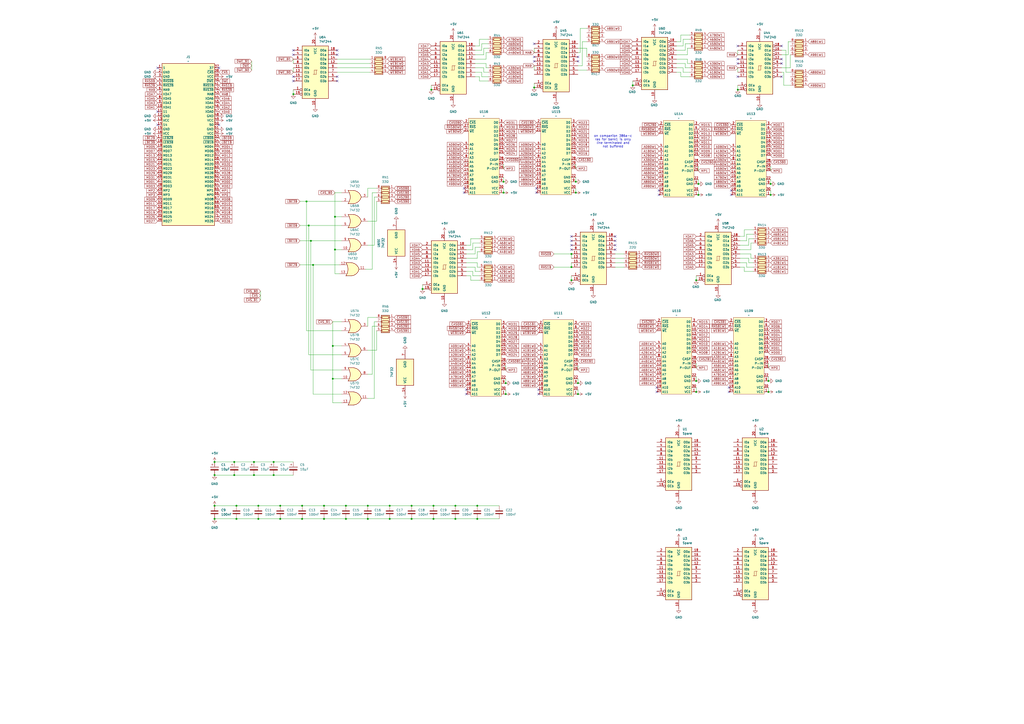
<source format=kicad_sch>
(kicad_sch (version 20250114) (generator "eeschema") (generator_version "9.0")
  (paper "A2")
  (title_block (title "Minta 386 memory board") (date "2025-10-25") (rev "1.0") (company "ronnyroy") (comment 1 "Scrap Computing INC."))
  (text "on companion 386a-c\nras for bank1 is only\nline terminated and\nnot buffered" (at 355.6 82.042 0) (effects (font (size 1.27 1.27))))
  (junction (at 405.13 106.68))
  (junction (at 124.46 300.99))
  (junction (at 334.01 105.41))
  (junction (at 175.26 300.99))
  (junction (at 445.77 220.98))
  (junction (at 181.61 153.67))
  (junction (at 276.86 300.99))
  (junction (at 335.28 222.25))
  (junction (at 403.86 162.56))
  (junction (at 124.46 267.97))
  (junction (at 367.03 49.53))
  (junction (at 276.86 293.37))
  (junction (at 137.16 300.99))
  (junction (at 293.37 222.25))
  (junction (at 331.47 154.94))
  (junction (at 135.89 275.59))
  (junction (at 447.04 106.68))
  (junction (at 124.46 293.37))
  (junction (at 213.36 293.37))
  (junction (at 193.04 200.66))
  (junction (at 226.06 293.37))
  (junction (at 226.06 300.99))
  (junction (at 335.28 228.6))
  (junction (at 170.18 54.61))
  (junction (at 187.96 300.99))
  (junction (at 187.96 293.37))
  (junction (at 179.07 130.81))
  (junction (at 175.26 293.37))
  (junction (at 309.88 50.8))
  (junction (at 149.86 293.37))
  (junction (at 158.75 275.59))
  (junction (at 334.01 111.76))
  (junction (at 194.31 125.73))
  (junction (at 251.46 293.37))
  (junction (at 149.86 300.99))
  (junction (at 137.16 293.37))
  (junction (at 264.16 300.99))
  (junction (at 158.75 267.97))
  (junction (at 180.34 139.7))
  (junction (at 405.13 113.03))
  (junction (at 292.1 105.41))
  (junction (at 162.56 300.99))
  (junction (at 200.66 293.37))
  (junction (at 193.04 219.71))
  (junction (at 238.76 293.37))
  (junction (at 162.56 293.37))
  (junction (at 238.76 300.99))
  (junction (at 427.99 52.07))
  (junction (at 251.46 300.99))
  (junction (at 331.47 162.56))
  (junction (at 445.77 227.33))
  (junction (at 264.16 293.37))
  (junction (at 403.86 220.98))
  (junction (at 293.37 228.6))
  (junction (at 292.1 111.76))
  (junction (at 250.19 52.07))
  (junction (at 147.32 267.97))
  (junction (at 447.04 113.03))
  (junction (at 331.47 147.32))
  (junction (at 177.8 116.84))
  (junction (at 213.36 300.99))
  (junction (at 135.89 267.97))
  (junction (at 124.46 275.59))
  (junction (at 194.31 144.78))
  (junction (at 403.86 227.33))
  (junction (at 200.66 300.99))
  (junction (at 245.11 167.64))
  (junction (at 147.32 275.59))
  (no_connect (at 424.18 113.03))
  (no_connect (at 170.18 31.75))
  (no_connect (at 91.44 72.39))
  (no_connect (at 311.15 111.76))
  (no_connect (at 422.91 227.33))
  (no_connect (at 335.28 35.56))
  (no_connect (at 195.58 46.99))
  (no_connect (at 331.47 144.78))
  (no_connect (at 270.51 226.06))
  (no_connect (at 331.47 142.24))
  (no_connect (at 170.18 46.99))
  (no_connect (at 356.87 137.16))
  (no_connect (at 312.42 228.6))
  (no_connect (at 381 224.79))
  (no_connect (at 427.99 44.45))
  (no_connect (at 170.18 44.45))
  (no_connect (at 427.99 36.83))
  (no_connect (at 356.87 139.7))
  (no_connect (at 453.39 44.45))
  (no_connect (at 382.27 113.03))
  (no_connect (at 453.39 26.67))
  (no_connect (at 312.42 226.06))
  (no_connect (at 170.18 29.21))
  (no_connect (at 127 72.39))
  (no_connect (at 427.99 34.29))
  (no_connect (at 331.47 139.7))
  (no_connect (at 331.47 137.16))
  (no_connect (at 309.88 33.02))
  (no_connect (at 424.18 110.49))
  (no_connect (at 269.24 109.22))
  (no_connect (at 309.88 35.56))
  (no_connect (at 381 227.33))
  (no_connect (at 195.58 29.21))
  (no_connect (at 309.88 25.4))
  (no_connect (at 195.58 44.45))
  (no_connect (at 195.58 31.75))
  (no_connect (at 127 39.37))
  (no_connect (at 422.91 224.79))
  (no_connect (at 356.87 144.78))
  (no_connect (at 91.44 64.77))
  (no_connect (at 269.24 111.76))
  (no_connect (at 453.39 36.83))
  (no_connect (at 427.99 26.67))
  (no_connect (at 311.15 109.22))
  (no_connect (at 356.87 142.24))
  (no_connect (at 335.28 33.02))
  (no_connect (at 91.44 39.37))
  (no_connect (at 453.39 34.29))
  (no_connect (at 382.27 110.49))
  (no_connect (at 270.51 228.6))
  (wire (pts (xy 180.34 139.7) (xy 180.34 214.63)))
  (wire (pts (xy 334.01 95.25) (xy 334.01 97.79)))
  (wire (pts (xy 213.36 293.37) (xy 226.06 293.37)))
  (wire (pts (xy 278.13 46.99) (xy 283.21 46.99)))
  (wire (pts (xy 278.13 22.86) (xy 283.21 22.86)))
  (wire (pts (xy 334.01 102.87) (xy 334.01 105.41)))
  (wire (pts (xy 321.31 147.32) (xy 331.47 147.32)))
  (wire (pts (xy 177.8 116.84) (xy 177.8 191.77)))
  (wire (pts (xy 340.36 24.13) (xy 337.82 24.13)))
  (wire (pts (xy 392.43 29.21) (xy 397.51 29.21)))
  (wire (pts (xy 397.51 39.37) (xy 400.05 39.37)))
  (wire (pts (xy 396.24 41.91) (xy 396.24 39.37)))
  (wire (pts (xy 397.51 29.21) (xy 397.51 25.4)))
  (wire (pts (xy 457.2 24.13) (xy 458.47 24.13)))
  (wire (pts (xy 276.86 300.99) (xy 289.56 300.99)))
  (wire (pts (xy 213.36 300.99) (xy 226.06 300.99)))
  (wire (pts (xy 431.8 154.94) (xy 431.8 157.48)))
  (wire (pts (xy 293.37 212.09) (xy 293.37 214.63)))
  (wire (pts (xy 226.06 293.37) (xy 238.76 293.37)))
  (wire (pts (xy 137.16 293.37) (xy 149.86 293.37)))
  (wire (pts (xy 335.28 226.06) (xy 335.28 228.6)))
  (wire (pts (xy 394.97 20.32) (xy 400.05 20.32)))
  (wire (pts (xy 193.04 233.68) (xy 193.04 219.71)))
  (wire (pts (xy 250.19 49.53) (xy 250.19 52.07)))
  (wire (pts (xy 400.05 36.83) (xy 398.78 36.83)))
  (wire (pts (xy 194.31 125.73) (xy 194.31 144.78)))
  (wire (pts (xy 217.17 231.14) (xy 213.36 231.14)))
  (wire (pts (xy 187.96 293.37) (xy 200.66 293.37)))
  (wire (pts (xy 173.99 116.84) (xy 177.8 116.84)))
  (wire (pts (xy 275.59 39.37) (xy 280.67 39.37)))
  (wire (pts (xy 292.1 109.22) (xy 292.1 111.76)))
  (wire (pts (xy 193.04 200.66) (xy 198.12 200.66)))
  (wire (pts (xy 194.31 111.76) (xy 194.31 125.73)))
  (wire (pts (xy 215.9 217.17) (xy 213.36 217.17)))
  (wire (pts (xy 398.78 34.29) (xy 392.43 34.29)))
  (wire (pts (xy 124.46 300.99) (xy 137.16 300.99)))
  (wire (pts (xy 275.59 44.45) (xy 278.13 44.45)))
  (wire (pts (xy 427.99 29.21) (xy 427.99 31.75)))
  (wire (pts (xy 397.51 25.4) (xy 400.05 25.4)))
  (wire (pts (xy 226.06 300.99) (xy 238.76 300.99)))
  (wire (pts (xy 173.99 139.7) (xy 180.34 139.7)))
  (wire (pts (xy 137.16 300.99) (xy 149.86 300.99)))
  (wire (pts (xy 194.31 144.78) (xy 194.31 158.75)))
  (wire (pts (xy 264.16 300.99) (xy 276.86 300.99)))
  (wire (pts (xy 215.9 156.21) (xy 212.09 156.21)))
  (wire (pts (xy 175.26 293.37) (xy 187.96 293.37)))
  (wire (pts (xy 436.88 154.94) (xy 433.07 154.94)))
  (wire (pts (xy 274.32 144.78) (xy 274.32 140.97)))
  (wire (pts (xy 193.04 200.66) (xy 193.04 219.71)))
  (wire (pts (xy 162.56 300.99) (xy 175.26 300.99)))
  (wire (pts (xy 270.51 149.86) (xy 276.86 149.86)))
  (wire (pts (xy 213.36 203.2) (xy 218.44 203.2)))
  (wire (pts (xy 309.88 48.26) (xy 309.88 50.8)))
  (wire (pts (xy 213.36 114.3) (xy 213.36 109.22)))
  (wire (pts (xy 213.36 184.15) (xy 213.36 189.23)))
  (wire (pts (xy 280.67 39.37) (xy 280.67 41.91)))
  (wire (pts (xy 356.87 154.94) (xy 361.95 154.94)))
  (wire (pts (xy 274.32 157.48) (xy 270.51 157.48)))
  (wire (pts (xy 445.77 224.79) (xy 445.77 227.33)))
  (wire (pts (xy 281.94 30.48) (xy 283.21 30.48)))
  (wire (pts (xy 293.37 219.71) (xy 293.37 222.25)))
  (wire (pts (xy 447.04 110.49) (xy 447.04 113.03)))
  (wire (pts (xy 337.82 24.13) (xy 337.82 38.1)))
  (wire (pts (xy 436.88 149.86) (xy 435.61 149.86)))
  (wire (pts (xy 356.87 149.86) (xy 361.95 149.86)))
  (wire (pts (xy 198.12 186.69) (xy 193.04 186.69)))
  (wire (pts (xy 158.75 275.59) (xy 170.18 275.59)))
  (wire (pts (xy 457.2 24.13) (xy 457.2 31.75)))
  (wire (pts (xy 218.44 191.77) (xy 218.44 203.2)))
  (wire (pts (xy 276.86 146.05) (xy 278.13 146.05)))
  (wire (pts (xy 454.66 41.91) (xy 454.66 49.53)))
  (wire (pts (xy 251.46 293.37) (xy 264.16 293.37)))
  (wire (pts (xy 405.13 110.49) (xy 405.13 113.03)))
  (wire (pts (xy 431.8 137.16) (xy 431.8 133.35)))
  (wire (pts (xy 194.31 158.75) (xy 196.85 158.75)))
  (wire (pts (xy 427.99 49.53) (xy 427.99 52.07)))
  (wire (pts (xy 279.4 41.91) (xy 275.59 41.91)))
  (wire (pts (xy 198.12 144.78) (xy 194.31 144.78)))
  (wire (pts (xy 275.59 154.94) (xy 275.59 157.48)))
  (wire (pts (xy 175.26 300.99) (xy 187.96 300.99)))
  (wire (pts (xy 335.28 40.64) (xy 340.36 40.64)))
  (wire (pts (xy 274.32 160.02) (xy 274.32 157.48)))
  (wire (pts (xy 455.93 29.21) (xy 453.39 29.21)))
  (wire (pts (xy 429.26 137.16) (xy 431.8 137.16)))
  (wire (pts (xy 278.13 44.45) (xy 278.13 46.99)))
  (wire (pts (xy 218.44 184.15) (xy 213.36 184.15)))
  (wire (pts (xy 397.51 36.83) (xy 397.51 39.37)))
  (wire (pts (xy 217.17 142.24) (xy 213.36 142.24)))
  (wire (pts (xy 173.99 130.81) (xy 179.07 130.81)))
  (wire (pts (xy 276.86 149.86) (xy 276.86 146.05)))
  (wire (pts (xy 367.03 46.99) (xy 367.03 49.53)))
  (wire (pts (xy 198.12 116.84) (xy 177.8 116.84)))
  (wire (pts (xy 435.61 149.86) (xy 435.61 147.32)))
  (wire (pts (xy 458.47 41.91) (xy 455.93 41.91)))
  (wire (pts (xy 181.61 153.67) (xy 196.85 153.67)))
  (wire (pts (xy 331.47 147.32) (xy 331.47 149.86)))
  (wire (pts (xy 276.86 152.4) (xy 270.51 152.4)))
  (wire (pts (xy 447.04 96.52) (xy 447.04 99.06)))
  (wire (pts (xy 124.46 293.37) (xy 137.16 293.37)))
  (wire (pts (xy 433.07 135.89) (xy 436.88 135.89)))
  (wire (pts (xy 149.86 300.99) (xy 162.56 300.99)))
  (wire (pts (xy 273.05 160.02) (xy 273.05 162.56)))
  (wire (pts (xy 181.61 228.6) (xy 181.61 153.67)))
  (wire (pts (xy 431.8 133.35) (xy 436.88 133.35)))
  (wire (pts (xy 283.21 44.45) (xy 279.4 44.45)))
  (wire (pts (xy 200.66 300.99) (xy 213.36 300.99)))
  (wire (pts (xy 392.43 36.83) (xy 397.51 36.83)))
  (wire (pts (xy 392.43 24.13) (xy 394.97 24.13)))
  (wire (pts (xy 215.9 111.76) (xy 215.9 156.21)))
  (wire (pts (xy 396.24 39.37) (xy 392.43 39.37)))
  (wire (pts (xy 403.86 210.82) (xy 403.86 213.36)))
  (wire (pts (xy 151.13 168.91) (xy 151.13 173.99)))
  (wire (pts (xy 454.66 49.53) (xy 458.47 49.53)))
  (wire (pts (xy 193.04 186.69) (xy 193.04 200.66)))
  (wire (pts (xy 435.61 140.97) (xy 436.88 140.97)))
  (wire (pts (xy 403.86 160.02) (xy 403.86 162.56)))
  (wire (pts (xy 195.58 39.37) (xy 214.63 39.37)))
  (wire (pts (xy 405.13 96.52) (xy 405.13 99.06)))
  (wire (pts (xy 279.4 25.4) (xy 283.21 25.4)))
  (wire (pts (xy 331.47 160.02) (xy 331.47 162.56)))
  (wire (pts (xy 146.05 35.56) (xy 146.05 40.64)))
  (wire (pts (xy 337.82 38.1) (xy 335.28 38.1)))
  (wire (pts (xy 124.46 275.59) (xy 135.89 275.59)))
  (wire (pts (xy 309.88 27.94) (xy 309.88 30.48)))
  (wire (pts (xy 158.75 267.97) (xy 170.18 267.97)))
  (wire (pts (xy 447.04 104.14) (xy 447.04 106.68)))
  (wire (pts (xy 335.28 219.71) (xy 335.28 222.25)))
  (wire (pts (xy 335.28 212.09) (xy 335.28 214.63)))
  (wire (pts (xy 403.86 218.44) (xy 403.86 220.98)))
  (wire (pts (xy 396.24 26.67) (xy 396.24 22.86)))
  (wire (pts (xy 457.2 31.75) (xy 453.39 31.75)))
  (wire (pts (xy 458.47 31.75) (xy 458.47 39.37)))
  (wire (pts (xy 270.51 154.94) (xy 275.59 154.94)))
  (wire (pts (xy 280.67 27.94) (xy 283.21 27.94)))
  (wire (pts (xy 280.67 41.91) (xy 283.21 41.91)))
  (wire (pts (xy 394.97 24.13) (xy 394.97 20.32)))
  (wire (pts (xy 392.43 31.75) (xy 398.78 31.75)))
  (wire (pts (xy 331.47 154.94) (xy 331.47 152.4)))
  (wire (pts (xy 218.44 114.3) (xy 217.17 114.3)))
  (wire (pts (xy 217.17 186.69) (xy 217.17 231.14)))
  (wire (pts (xy 434.34 149.86) (xy 434.34 152.4)))
  (wire (pts (xy 335.28 30.48) (xy 336.55 30.48)))
  (wire (pts (xy 433.07 154.94) (xy 433.07 152.4)))
  (wire (pts (xy 275.59 34.29) (xy 281.94 34.29)))
  (wire (pts (xy 270.51 147.32) (xy 275.59 147.32)))
  (wire (pts (xy 170.18 52.07) (xy 170.18 54.61)))
  (wire (pts (xy 195.58 36.83) (xy 214.63 36.83)))
  (wire (pts (xy 147.32 275.59) (xy 158.75 275.59)))
  (wire (pts (xy 270.51 144.78) (xy 274.32 144.78)))
  (wire (pts (xy 274.32 140.97) (xy 278.13 140.97)))
  (wire (pts (xy 405.13 104.14) (xy 405.13 106.68)))
  (wire (pts (xy 356.87 147.32) (xy 361.95 147.32)))
  (wire (pts (xy 218.44 111.76) (xy 215.9 111.76)))
  (wire (pts (xy 215.9 189.23) (xy 215.9 217.17)))
  (wire (pts (xy 135.89 275.59) (xy 147.32 275.59)))
  (wire (pts (xy 429.26 142.24) (xy 434.34 142.24)))
  (wire (pts (xy 179.07 130.81) (xy 198.12 130.81)))
  (wire (pts (xy 453.39 41.91) (xy 454.66 41.91)))
  (wire (pts (xy 273.05 162.56) (xy 278.13 162.56)))
  (wire (pts (xy 445.77 210.82) (xy 445.77 213.36)))
  (wire (pts (xy 198.12 219.71) (xy 193.04 219.71)))
  (wire (pts (xy 276.86 293.37) (xy 289.56 293.37)))
  (wire (pts (xy 177.8 191.77) (xy 198.12 191.77)))
  (wire (pts (xy 278.13 160.02) (xy 274.32 160.02)))
  (wire (pts (xy 334.01 109.22) (xy 334.01 111.76)))
  (wire (pts (xy 292.1 102.87) (xy 292.1 105.41)))
  (wire (pts (xy 213.36 109.22) (xy 218.44 109.22)))
  (wire (pts (xy 435.61 147.32) (xy 429.26 147.32)))
  (wire (pts (xy 218.44 128.27) (xy 213.36 128.27)))
  (wire (pts (xy 245.11 165.1) (xy 245.11 167.64)))
  (wire (pts (xy 195.58 34.29) (xy 214.63 34.29)))
  (wire (pts (xy 270.51 160.02) (xy 273.05 160.02)))
  (wire (pts (xy 278.13 26.67) (xy 278.13 22.86)))
  (wire (pts (xy 434.34 138.43) (xy 436.88 138.43)))
  (wire (pts (xy 434.34 142.24) (xy 434.34 138.43)))
  (wire (pts (xy 283.21 39.37) (xy 281.94 39.37)))
  (wire (pts (xy 275.59 29.21) (xy 279.4 29.21)))
  (wire (pts (xy 198.12 205.74) (xy 179.07 205.74)))
  (wire (pts (xy 251.46 300.99) (xy 264.16 300.99)))
  (wire (pts (xy 281.94 34.29) (xy 281.94 30.48)))
  (wire (pts (xy 149.86 293.37) (xy 162.56 293.37)))
  (wire (pts (xy 280.67 31.75) (xy 280.67 27.94)))
  (wire (pts (xy 356.87 152.4) (xy 361.95 152.4)))
  (wire (pts (xy 218.44 189.23) (xy 215.9 189.23)))
  (wire (pts (xy 400.05 41.91) (xy 396.24 41.91)))
  (wire (pts (xy 124.46 267.97) (xy 135.89 267.97)))
  (wire (pts (xy 321.31 154.94) (xy 331.47 154.94)))
  (wire (pts (xy 180.34 214.63) (xy 198.12 214.63)))
  (wire (pts (xy 392.43 41.91) (xy 394.97 41.91)))
  (wire (pts (xy 398.78 27.94) (xy 400.05 27.94)))
  (wire (pts (xy 162.56 293.37) (xy 175.26 293.37)))
  (wire (pts (xy 453.39 39.37) (xy 458.47 39.37)))
  (wire (pts (xy 396.24 22.86) (xy 400.05 22.86)))
  (wire (pts (xy 198.12 233.68) (xy 193.04 233.68)))
  (wire (pts (xy 429.26 144.78) (xy 435.61 144.78)))
  (wire (pts (xy 238.76 300.99) (xy 251.46 300.99)))
  (wire (pts (xy 275.59 143.51) (xy 278.13 143.51)))
  (wire (pts (xy 198.12 228.6) (xy 181.61 228.6)))
  (wire (pts (xy 279.4 29.21) (xy 279.4 25.4)))
  (wire (pts (xy 309.88 38.1) (xy 309.88 40.64)))
  (wire (pts (xy 335.28 27.94) (xy 340.36 27.94)))
  (wire (pts (xy 433.07 139.7) (xy 433.07 135.89)))
  (wire (pts (xy 427.99 41.91) (xy 427.99 39.37)))
  (wire (pts (xy 195.58 41.91) (xy 214.63 41.91)))
  (wire (pts (xy 435.61 144.78) (xy 435.61 140.97)))
  (wire (pts (xy 147.32 267.97) (xy 158.75 267.97)))
  (wire (pts (xy 293.37 226.06) (xy 293.37 228.6)))
  (wire (pts (xy 218.44 116.84) (xy 218.44 128.27)))
  (wire (pts (xy 429.26 154.94) (xy 431.8 154.94)))
  (wire (pts (xy 392.43 26.67) (xy 396.24 26.67)))
  (wire (pts (xy 217.17 114.3) (xy 217.17 142.24)))
  (wire (pts (xy 336.55 16.51) (xy 340.36 16.51)))
  (wire (pts (xy 270.51 142.24) (xy 273.05 142.24)))
  (wire (pts (xy 135.89 267.97) (xy 147.32 267.97)))
  (wire (pts (xy 336.55 30.48) (xy 336.55 16.51)))
  (wire (pts (xy 434.34 152.4) (xy 436.88 152.4)))
  (wire (pts (xy 238.76 293.37) (xy 251.46 293.37)))
  (wire (pts (xy 170.18 39.37) (xy 170.18 41.91)))
  (wire (pts (xy 455.93 41.91) (xy 455.93 29.21)))
  (wire (pts (xy 281.94 36.83) (xy 275.59 36.83)))
  (wire (pts (xy 275.59 26.67) (xy 278.13 26.67)))
  (wire (pts (xy 275.59 157.48) (xy 278.13 157.48)))
  (wire (pts (xy 431.8 157.48) (xy 436.88 157.48)))
  (wire (pts (xy 275.59 31.75) (xy 280.67 31.75)))
  (wire (pts (xy 198.12 139.7) (xy 180.34 139.7)))
  (wire (pts (xy 445.77 218.44) (xy 445.77 220.98)))
  (wire (pts (xy 273.05 142.24) (xy 273.05 138.43)))
  (wire (pts (xy 218.44 186.69) (xy 217.17 186.69)))
  (wire (pts (xy 273.05 138.43) (xy 278.13 138.43)))
  (wire (pts (xy 198.12 111.76) (xy 194.31 111.76)))
  (wire (pts (xy 264.16 293.37) (xy 276.86 293.37)))
  (wire (pts (xy 200.66 293.37) (xy 213.36 293.37)))
  (wire (pts (xy 433.07 152.4) (xy 429.26 152.4)))
  (wire (pts (xy 429.26 149.86) (xy 434.34 149.86)))
  (wire (pts (xy 275.59 147.32) (xy 275.59 143.51)))
  (wire (pts (xy 340.36 27.94) (xy 340.36 33.02)))
  (wire (pts (xy 429.26 139.7) (xy 433.07 139.7)))
  (wire (pts (xy 403.86 224.79) (xy 403.86 227.33)))
  (wire (pts (xy 279.4 44.45) (xy 279.4 41.91)))
  (wire (pts (xy 187.96 300.99) (xy 200.66 300.99)))
  (wire (pts (xy 194.31 125.73) (xy 198.12 125.73)))
  (wire (pts (xy 398.78 31.75) (xy 398.78 27.94)))
  (wire (pts (xy 394.97 41.91) (xy 394.97 44.45)))
  (wire (pts (xy 170.18 34.29) (xy 170.18 36.83)))
  (wire (pts (xy 398.78 36.83) (xy 398.78 34.29)))
  (wire (pts (xy 278.13 154.94) (xy 276.86 154.94)))
  (wire (pts (xy 276.86 154.94) (xy 276.86 152.4)))
  (wire (pts (xy 173.99 153.67) (xy 181.61 153.67)))
  (wire (pts (xy 292.1 95.25) (xy 292.1 97.79)))
  (wire (pts (xy 179.07 130.81) (xy 179.07 205.74)))
  (wire (pts (xy 281.94 39.37) (xy 281.94 36.83)))
  (wire (pts (xy 394.97 44.45) (xy 400.05 44.45)))
  (global_label "A2B0W1" (shape input) (at 424.18 90.17 180) (property "Intersheetrefs" "${INTERSHEET_REFS}" (effects (hide yes))))
  (global_label "MD23" (shape input) (at 334.01 71.12 0) (property "Intersheetrefs" "${INTERSHEET_REFS}" (effects (hide yes))))
  (global_label "MP1" (shape input) (at 403.86 213.36 0) (property "Intersheetrefs" "${INTERSHEET_REFS}" (effects (hide yes))))
  (global_label "A9B1W0" (shape input) (at 270.51 223.52 180) (property "Intersheetrefs" "${INTERSHEET_REFS}" (effects (hide yes))))
  (global_label "A5B0W0" (shape input) (at 311.15 96.52 180) (property "Intersheetrefs" "${INTERSHEET_REFS}" (effects (hide yes))))
  (global_label "XDA3" (shape input) (at 91.44 59.69 180) (property "Intersheetrefs" "${INTERSHEET_REFS}" (effects (hide yes))))
  (global_label "MD17" (shape input) (at 335.28 203.2 0) (property "Intersheetrefs" "${INTERSHEET_REFS}" (effects (hide yes))))
  (global_label "~{RAS1B}" (shape input) (at 321.31 154.94 180) (property "Intersheetrefs" "${INTERSHEET_REFS}" (effects (hide yes))))
  (global_label "~{RASB1W1}" (shape input) (at 372.11 152.4 0) (property "Intersheetrefs" "${INTERSHEET_REFS}" (effects (hide yes))))
  (global_label "XDA5" (shape input) (at 91.44 57.15 180) (property "Intersheetrefs" "${INTERSHEET_REFS}" (effects (hide yes))))
  (global_label "~{CAS3B1}" (shape input) (at 228.6 191.77 0) (property "Intersheetrefs" "${INTERSHEET_REFS}" (effects (hide yes))))
  (global_label "~{RASB0W0}" (shape input) (at 372.11 147.32 0) (property "Intersheetrefs" "${INTERSHEET_REFS}" (effects (hide yes))))
  (global_label "~{RAS3B}" (shape input) (at 127 52.07 0) (property "Intersheetrefs" "${INTERSHEET_REFS}" (effects (hide yes))))
  (global_label "MP3" (shape input) (at 293.37 214.63 0) (property "Intersheetrefs" "${INTERSHEET_REFS}" (effects (hide yes))))
  (global_label "A9B0W0" (shape input) (at 350.52 40.64 0) (property "Intersheetrefs" "${INTERSHEET_REFS}" (effects (hide yes))))
  (global_label "A2B1W0" (shape input) (at 270.51 205.74 180) (property "Intersheetrefs" "${INTERSHEET_REFS}" (effects (hide yes))))
  (global_label "A1B1W0" (shape input) (at 312.42 203.2 180) (property "Intersheetrefs" "${INTERSHEET_REFS}" (effects (hide yes))))
  (global_label "~{RASB0W1}" (shape input) (at 424.18 74.93 180) (property "Intersheetrefs" "${INTERSHEET_REFS}" (effects (hide yes))))
  (global_label "XDA0" (shape input) (at 250.19 44.45 180) (property "Intersheetrefs" "${INTERSHEET_REFS}" (effects (hide yes))))
  (global_label "MD13" (shape input) (at 91.44 90.17 180) (property "Intersheetrefs" "${INTERSHEET_REFS}" (effects (hide yes))))
  (global_label "A4B0W1" (shape input) (at 424.18 95.25 180) (property "Intersheetrefs" "${INTERSHEET_REFS}" (effects (hide yes))))
  (global_label "A1B0W0" (shape input) (at 311.15 86.36 180) (property "Intersheetrefs" "${INTERSHEET_REFS}" (effects (hide yes))))
  (global_label "A6B1W1" (shape input) (at 422.91 214.63 180) (property "Intersheetrefs" "${INTERSHEET_REFS}" (effects (hide yes))))
  (global_label "A7B0W1" (shape input) (at 410.21 20.32 0) (property "Intersheetrefs" "${INTERSHEET_REFS}" (effects (hide yes))))
  (global_label "XDA1" (shape input) (at 91.44 62.23 180) (property "Intersheetrefs" "${INTERSHEET_REFS}" (effects (hide yes))))
  (global_label "A6B1W1" (shape input) (at 381 214.63 180) (property "Intersheetrefs" "${INTERSHEET_REFS}" (effects (hide yes))))
  (global_label "A8B0W0" (shape input) (at 350.52 33.02 0) (property "Intersheetrefs" "${INTERSHEET_REFS}" (effects (hide yes))))
  (global_label "MD15" (shape input) (at 91.44 92.71 180) (property "Intersheetrefs" "${INTERSHEET_REFS}" (effects (hide yes))))
  (global_label "~{RASB1W1}" (shape input) (at 422.91 189.23 180) (property "Intersheetrefs" "${INTERSHEET_REFS}" (effects (hide yes))))
  (global_label "A5B1W0" (shape input) (at 270.51 213.36 180) (property "Intersheetrefs" "${INTERSHEET_REFS}" (effects (hide yes))))
  (global_label "XDA2" (shape input) (at 127 62.23 0) (property "Intersheetrefs" "${INTERSHEET_REFS}" (effects (hide yes))))
  (global_label "A8B0W1" (shape input) (at 468.63 41.91 0) (property "Intersheetrefs" "${INTERSHEET_REFS}" (effects (hide yes))))
  (global_label "A7B1W1" (shape input) (at 447.04 133.35 0) (property "Intersheetrefs" "${INTERSHEET_REFS}" (effects (hide yes))))
  (global_label "A2B0W1" (shape input) (at 410.21 39.37 0) (property "Intersheetrefs" "${INTERSHEET_REFS}" (effects (hide yes))))
  (global_label "XDA0" (shape input) (at 367.03 41.91 180) (property "Intersheetrefs" "${INTERSHEET_REFS}" (effects (hide yes))))
  (global_label "~{CAS}" (shape input) (at 151.13 171.45 180) (property "Intersheetrefs" "${INTERSHEET_REFS}" (effects (hide yes))))
  (global_label "MD20" (shape input) (at 127 95.25 0) (property "Intersheetrefs" "${INTERSHEET_REFS}" (effects (hide yes))))
  (global_label "XDA0" (shape input) (at 245.11 160.02 180) (property "Intersheetrefs" "${INTERSHEET_REFS}" (effects (hide yes))))
  (global_label "A6B1W0" (shape input) (at 312.42 215.9 180) (property "Intersheetrefs" "${INTERSHEET_REFS}" (effects (hide yes))))
  (global_label "A7B0W0" (shape input) (at 311.15 101.6 180) (property "Intersheetrefs" "${INTERSHEET_REFS}" (effects (hide yes))))
  (global_label "XDA3" (shape input) (at 367.03 34.29 180) (property "Intersheetrefs" "${INTERSHEET_REFS}" (effects (hide yes))))
  (global_label "XDA6" (shape input) (at 250.19 29.21 180) (property "Intersheetrefs" "${INTERSHEET_REFS}" (effects (hide yes))))
  (global_label "~{CAS3B1}" (shape input) (at 422.91 186.69 180) (property "Intersheetrefs" "${INTERSHEET_REFS}" (effects (hide yes))))
  (global_label "MD30" (shape input) (at 292.1 73.66 0) (property "Intersheetrefs" "${INTERSHEET_REFS}" (effects (hide yes))))
  (global_label "A0B0W1" (shape input) (at 382.27 85.09 180) (property "Intersheetrefs" "${INTERSHEET_REFS}" (effects (hide yes))))
  (global_label "MD01" (shape input) (at 445.77 201.93 0) (property "Intersheetrefs" "${INTERSHEET_REFS}" (effects (hide yes))))
  (global_label "XDA3" (shape input) (at 245.11 152.4 180) (property "Intersheetrefs" "${INTERSHEET_REFS}" (effects (hide yes))))
  (global_label "MP2" (shape input) (at 334.01 97.79 0) (property "Intersheetrefs" "${INTERSHEET_REFS}" (effects (hide yes))))
  (global_label "A5B0W1" (shape input) (at 382.27 97.79 180) (property "Intersheetrefs" "${INTERSHEET_REFS}" (effects (hide yes))))
  (global_label "XDA1" (shape input) (at 367.03 39.37 180) (property "Intersheetrefs" "${INTERSHEET_REFS}" (effects (hide yes))))
  (global_label "MD04" (shape input) (at 447.04 80.01 0) (property "Intersheetrefs" "${INTERSHEET_REFS}" (effects (hide yes))))
  (global_label "A8B0W1" (shape input) (at 382.27 105.41 180) (property "Intersheetrefs" "${INTERSHEET_REFS}" (effects (hide yes))))
  (global_label "MD20" (shape input) (at 334.01 78.74 0) (property "Intersheetrefs" "${INTERSHEET_REFS}" (effects (hide yes))))
  (global_label "A9B0W0" (shape input) (at 269.24 106.68 180) (property "Intersheetrefs" "${INTERSHEET_REFS}" (effects (hide yes))))
  (global_label "MD18" (shape input) (at 127 123.19 0) (property "Intersheetrefs" "${INTERSHEET_REFS}" (effects (hide yes))))
  (global_label "A9B1W0" (shape input) (at 312.42 223.52 180) (property "Intersheetrefs" "${INTERSHEET_REFS}" (effects (hide yes))))
  (global_label "A2B0W0" (shape input) (at 293.37 41.91 0) (property "Intersheetrefs" "${INTERSHEET_REFS}" (effects (hide yes))))
  (global_label "A0B1W1" (shape input) (at 381 199.39 180) (property "Intersheetrefs" "${INTERSHEET_REFS}" (effects (hide yes))))
  (global_label "A9B1W1" (shape input) (at 381 222.25 180) (property "Intersheetrefs" "${INTERSHEET_REFS}" (effects (hide yes))))
  (global_label "XDA2" (shape input) (at 403.86 149.86 180) (property "Intersheetrefs" "${INTERSHEET_REFS}" (effects (hide yes))))
  (global_label "A6B0W1" (shape input) (at 382.27 100.33 180) (property "Intersheetrefs" "${INTERSHEET_REFS}" (effects (hide yes))))
  (global_label "MD23" (shape input) (at 335.28 187.96 0) (property "Intersheetrefs" "${INTERSHEET_REFS}" (effects (hide yes))))
  (global_label "XDA7" (shape input) (at 245.11 142.24 180) (property "Intersheetrefs" "${INTERSHEET_REFS}" (effects (hide yes))))
  (global_label "A3B1W0" (shape input) (at 288.29 154.94 0) (property "Intersheetrefs" "${INTERSHEET_REFS}" (effects (hide yes))))
  (global_label "A4B0W0" (shape input) (at 269.24 93.98 180) (property "Intersheetrefs" "${INTERSHEET_REFS}" (effects (hide yes))))
  (global_label "~{RASB0W1}" (shape input) (at 372.11 149.86 0) (property "Intersheetrefs" "${INTERSHEET_REFS}" (effects (hide yes))))
  (global_label "MD13" (shape input) (at 403.86 191.77 0) (property "Intersheetrefs" "${INTERSHEET_REFS}" (effects (hide yes))))
  (global_label "A4B1W0" (shape input) (at 312.42 210.82 180) (property "Intersheetrefs" "${INTERSHEET_REFS}" (effects (hide yes))))
  (global_label "A9B0W1" (shape input) (at 424.18 107.95 180) (property "Intersheetrefs" "${INTERSHEET_REFS}" (effects (hide yes))))
  (global_label "~{RASB0W0}" (shape input) (at 311.15 73.66 180) (property "Intersheetrefs" "${INTERSHEET_REFS}" (effects (hide yes))))
  (global_label "XDA7" (shape input) (at 91.44 54.61 180) (property "Intersheetrefs" "${INTERSHEET_REFS}" (effects (hide yes))))
  (global_label "XDA1" (shape input) (at 403.86 152.4 180) (property "Intersheetrefs" "${INTERSHEET_REFS}" (effects (hide yes))))
  (global_label "A6B0W1" (shape input) (at 424.18 100.33 180) (property "Intersheetrefs" "${INTERSHEET_REFS}" (effects (hide yes))))
  (global_label "MD03" (shape input) (at 445.77 196.85 0) (property "Intersheetrefs" "${INTERSHEET_REFS}" (effects (hide yes))))
  (global_label "A5B0W1" (shape input) (at 424.18 97.79 180) (property "Intersheetrefs" "${INTERSHEET_REFS}" (effects (hide yes))))
  (global_label "MD05" (shape input) (at 445.77 191.77 0) (property "Intersheetrefs" "${INTERSHEET_REFS}" (effects (hide yes))))
  (global_label "MD11" (shape input) (at 405.13 82.55 0) (property "Intersheetrefs" "${INTERSHEET_REFS}" (effects (hide yes))))
  (global_label "A6B0W1" (shape input) (at 410.21 22.86 0) (property "Intersheetrefs" "${INTERSHEET_REFS}" (effects (hide yes))))
  (global_label "MD22" (shape input) (at 127 97.79 0) (property "Intersheetrefs" "${INTERSHEET_REFS}" (effects (hide yes))))
  (global_label "MD07" (shape input) (at 91.44 87.63 180) (property "Intersheetrefs" "${INTERSHEET_REFS}" (effects (hide yes))))
  (global_label "~{WEB1W1}" (shape input) (at 224.79 34.29 0) (property "Intersheetrefs" "${INTERSHEET_REFS}" (effects (hide yes))))
  (global_label "~{RAS0B}" (shape input) (at 91.44 46.99 180) (property "Intersheetrefs" "${INTERSHEET_REFS}" (effects (hide yes))))
  (global_label "~{CAS2B0}" (shape input) (at 405.13 93.98 0) (property "Intersheetrefs" "${INTERSHEET_REFS}" (effects (hide yes))))
  (global_label "~{LBE0B}" (shape input) (at 173.99 130.81 180) (property "Intersheetrefs" "${INTERSHEET_REFS}" (effects (hide yes))))
  (global_label "XDA5" (shape input) (at 367.03 29.21 180) (property "Intersheetrefs" "${INTERSHEET_REFS}" (effects (hide yes))))
  (global_label "MP3" (shape input) (at 292.1 97.79 0) (property "Intersheetrefs" "${INTERSHEET_REFS}" (effects (hide yes))))
  (global_label "~{WEB0W1}" (shape input) (at 224.79 41.91 0) (property "Intersheetrefs" "${INTERSHEET_REFS}" (effects (hide yes))))
  (global_label "XDA7" (shape input) (at 403.86 137.16 180) (property "Intersheetrefs" "${INTERSHEET_REFS}" (effects (hide yes))))
  (global_label "MP0" (shape input) (at 447.04 99.06 0) (property "Intersheetrefs" "${INTERSHEET_REFS}" (effects (hide yes))))
  (global_label "MA8" (shape input) (at 127 54.61 0) (property "Intersheetrefs" "${INTERSHEET_REFS}" (effects (hide yes))))
  (global_label "MD10" (shape input) (at 127 118.11 0) (property "Intersheetrefs" "${INTERSHEET_REFS}" (effects (hide yes))))
  (global_label "A5B1W1" (shape input) (at 381 212.09 180) (property "Intersheetrefs" "${INTERSHEET_REFS}" (effects (hide yes))))
  (global_label "MD19" (shape input) (at 91.44 123.19 180) (property "Intersheetrefs" "${INTERSHEET_REFS}" (effects (hide yes))))
  (global_label "~{WEB1W0}" (shape input) (at 312.42 193.04 180) (property "Intersheetrefs" "${INTERSHEET_REFS}" (effects (hide yes))))
  (global_label "MA9" (shape input) (at 309.88 38.1 180) (property "Intersheetrefs" "${INTERSHEET_REFS}" (effects (hide yes))))
  (global_label "XDA4" (shape input) (at 367.03 31.75 180) (property "Intersheetrefs" "${INTERSHEET_REFS}" (effects (hide yes))))
  (global_label "MD24" (shape input) (at 293.37 205.74 0) (property "Intersheetrefs" "${INTERSHEET_REFS}" (effects (hide yes))))
  (global_label "A8B1W1" (shape input) (at 381 219.71 180) (property "Intersheetrefs" "${INTERSHEET_REFS}" (effects (hide yes))))
  (global_label "XDA0" (shape input) (at 403.86 154.94 180) (property "Intersheetrefs" "${INTERSHEET_REFS}" (effects (hide yes))))
  (global_label "MP3" (shape input) (at 91.44 113.03 180) (property "Intersheetrefs" "${INTERSHEET_REFS}" (effects (hide yes))))
  (global_label "MP1" (shape input) (at 127 110.49 0) (property "Intersheetrefs" "${INTERSHEET_REFS}" (effects (hide yes))))
  (global_label "A3B1W1" (shape input) (at 447.04 149.86 0) (property "Intersheetrefs" "${INTERSHEET_REFS}" (effects (hide yes))))
  (global_label "A4B1W0" (shape input) (at 288.29 146.05 0) (property "Intersheetrefs" "${INTERSHEET_REFS}" (effects (hide yes))))
  (global_label "MD20" (shape input) (at 335.28 195.58 0) (property "Intersheetrefs" "${INTERSHEET_REFS}" (effects (hide yes))))
  (global_label "~{CAS2B0}" (shape input) (at 382.27 72.39 180) (property "Intersheetrefs" "${INTERSHEET_REFS}" (effects (hide yes))))
  (global_label "MD14" (shape input) (at 403.86 189.23 0) (property "Intersheetrefs" "${INTERSHEET_REFS}" (effects (hide yes))))
  (global_label "A3B0W0" (shape input) (at 293.37 39.37 0) (property "Intersheetrefs" "${INTERSHEET_REFS}" (effects (hide yes))))
  (global_label "A6B0W0" (shape input) (at 269.24 99.06 180) (property "Intersheetrefs" "${INTERSHEET_REFS}" (effects (hide yes))))
  (global_label "MD10" (shape input) (at 405.13 85.09 0) (property "Intersheetrefs" "${INTERSHEET_REFS}" (effects (hide yes))))
  (global_label "A7B1W0" (shape input) (at 270.51 218.44 180) (property "Intersheetrefs" "${INTERSHEET_REFS}" (effects (hide yes))))
  (global_label "~{CAS1B1}" (shape input) (at 335.28 209.55 0) (property "Intersheetrefs" "${INTERSHEET_REFS}" (effects (hide yes))))
  (global_label "~{RAS1B}" (shape input) (at 127 49.53 0) (property "Intersheetrefs" "${INTERSHEET_REFS}" (effects (hide yes))))
  (global_label "MD17" (shape input) (at 91.44 120.65 180) (property "Intersheetrefs" "${INTERSHEET_REFS}" (effects (hide yes))))
  (global_label "XDA1" (shape input) (at 245.11 157.48 180) (property "Intersheetrefs" "${INTERSHEET_REFS}" (effects (hide yes))))
  (global_label "MD12" (shape input) (at 403.86 194.31 0) (property "Intersheetrefs" "${INTERSHEET_REFS}" (effects (hide yes))))
  (global_label "A0B1W1" (shape input) (at 422.91 199.39 180) (property "Intersheetrefs" "${INTERSHEET_REFS}" (effects (hide yes))))
  (global_label "MD08" (shape input) (at 405.13 90.17 0) (property "Intersheetrefs" "${INTERSHEET_REFS}" (effects (hide yes))))
  (global_label "XDA0" (shape input) (at 127 64.77 0) (property "Intersheetrefs" "${INTERSHEET_REFS}" (effects (hide yes))))
  (global_label "A8B0W0" (shape input) (at 269.24 104.14 180) (property "Intersheetrefs" "${INTERSHEET_REFS}" (effects (hide yes))))
  (global_label "~{DWE_B0}" (shape input) (at 146.05 40.64 180) (property "Intersheetrefs" "${INTERSHEET_REFS}" (effects (hide yes))))
  (global_label "MD08" (shape input) (at 127 115.57 0) (property "Intersheetrefs" "${INTERSHEET_REFS}" (effects (hide yes))))
  (global_label "A3B1W1" (shape input) (at 422.91 207.01 180) (property "Intersheetrefs" "${INTERSHEET_REFS}" (effects (hide yes))))
  (global_label "MD30" (shape input) (at 293.37 190.5 0) (property "Intersheetrefs" "${INTERSHEET_REFS}" (effects (hide yes))))
  (global_label "~{RASB0W1}" (shape input) (at 382.27 74.93 180) (property "Intersheetrefs" "${INTERSHEET_REFS}" (effects (hide yes))))
  (global_label "MD28" (shape input) (at 292.1 78.74 0) (property "Intersheetrefs" "${INTERSHEET_REFS}" (effects (hide yes))))
  (global_label "~{WEB0W0}" (shape input) (at 224.79 39.37 0) (property "Intersheetrefs" "${INTERSHEET_REFS}" (effects (hide yes))))
  (global_label "MD24" (shape input) (at 292.1 88.9 0) (property "Intersheetrefs" "${INTERSHEET_REFS}" (effects (hide yes))))
  (global_label "MD09" (shape input) (at 405.13 87.63 0) (property "Intersheetrefs" "${INTERSHEET_REFS}" (effects (hide yes))))
  (global_label "A7B0W0" (shape input) (at 269.24 101.6 180) (property "Intersheetrefs" "${INTERSHEET_REFS}" (effects (hide yes))))
  (global_label "~{CAS_B1}" (shape input) (at 193.04 186.69 180) (property "Intersheetrefs" "${INTERSHEET_REFS}" (effects (hide yes))))
  (global_label "A7B1W1" (shape input) (at 381 217.17 180) (property "Intersheetrefs" "${INTERSHEET_REFS}" (effects (hide yes))))
  (global_label "A5B1W0" (shape input) (at 288.29 143.51 0) (property "Intersheetrefs" "${INTERSHEET_REFS}" (effects (hide yes))))
  (global_label "MD16" (shape input) (at 334.01 88.9 0) (property "Intersheetrefs" "${INTERSHEET_REFS}" (effects (hide yes))))
  (global_label "XDA4" (shape input) (at 403.86 144.78 180) (property "Intersheetrefs" "${INTERSHEET_REFS}" (effects (hide yes))))
  (global_label "MD23" (shape input) (at 91.44 97.79 180) (property "Intersheetrefs" "${INTERSHEET_REFS}" (effects (hide yes))))
  (global_label "A9B0W0" (shape input) (at 311.15 106.68 180) (property "Intersheetrefs" "${INTERSHEET_REFS}" (effects (hide yes))))
  (global_label "~{WEB1W0}" (shape input) (at 270.51 193.04 180) (property "Intersheetrefs" "${INTERSHEET_REFS}" (effects (hide yes))))
  (global_label "MD16" (shape input) (at 335.28 205.74 0) (property "Intersheetrefs" "${INTERSHEET_REFS}" (effects (hide yes))))
  (global_label "A0B0W0" (shape input) (at 311.15 83.82 180) (property "Intersheetrefs" "${INTERSHEET_REFS}" (effects (hide yes))))
  (global_label "A3B0W1" (shape input) (at 424.18 92.71 180) (property "Intersheetrefs" "${INTERSHEET_REFS}" (effects (hide yes))))
  (global_label "A2B0W1" (shape input) (at 382.27 90.17 180) (property "Intersheetrefs" "${INTERSHEET_REFS}" (effects (hide yes))))
  (global_label "A9B1W0" (shape input) (at 350.52 24.13 0) (property "Intersheetrefs" "${INTERSHEET_REFS}" (effects (hide yes))))
  (global_label "~{WEB0W1}" (shape input) (at 382.27 77.47 180) (property "Intersheetrefs" "${INTERSHEET_REFS}" (effects (hide yes))))
  (global_label "A0B1W1" (shape input) (at 447.04 157.48 0) (property "Intersheetrefs" "${INTERSHEET_REFS}" (effects (hide yes))))
  (global_label "A1B1W1" (shape input) (at 422.91 201.93 180) (property "Intersheetrefs" "${INTERSHEET_REFS}" (effects (hide yes))))
  (global_label "~{CAS1B0}" (shape input) (at 228.6 111.76 0) (property "Intersheetrefs" "${INTERSHEET_REFS}" (effects (hide yes))))
  (global_label "A1B1W1" (shape input) (at 381 201.93 180) (property "Intersheetrefs" "${INTERSHEET_REFS}" (effects (hide yes))))
  (global_label "MP0" (shape input) (at 127 113.03 0) (property "Intersheetrefs" "${INTERSHEET_REFS}" (effects (hide yes))))
  (global_label "A1B1W0" (shape input) (at 270.51 203.2 180) (property "Intersheetrefs" "${INTERSHEET_REFS}" (effects (hide yes))))
  (global_label "~{WEB1W0}" (shape input) (at 224.79 36.83 0) (property "Intersheetrefs" "${INTERSHEET_REFS}" (effects (hide yes))))
  (global_label "MD27" (shape input) (at 91.44 128.27 180) (property "Intersheetrefs" "${INTERSHEET_REFS}" (effects (hide yes))))
  (global_label "A7B0W1" (shape input) (at 424.18 102.87 180) (property "Intersheetrefs" "${INTERSHEET_REFS}" (effects (hide yes))))
  (global_label "A5B0W0" (shape input) (at 293.37 27.94 0) (property "Intersheetrefs" "${INTERSHEET_REFS}" (effects (hide yes))))
  (global_label "A5B1W0" (shape input) (at 312.42 213.36 180) (property "Intersheetrefs" "${INTERSHEET_REFS}" (effects (hide yes))))
  (global_label "~{DWE}" (shape input) (at 127 46.99 0) (property "Intersheetrefs" "${INTERSHEET_REFS}" (effects (hide yes))))
  (global_label "XDA1" (shape input) (at 250.19 41.91 180) (property "Intersheetrefs" "${INTERSHEET_REFS}" (effects (hide yes))))
  (global_label "MD21" (shape input) (at 91.44 95.25 180) (property "Intersheetrefs" "${INTERSHEET_REFS}" (effects (hide yes))))
  (global_label "A1B0W0" (shape input) (at 293.37 44.45 0) (property "Intersheetrefs" "${INTERSHEET_REFS}" (effects (hide yes))))
  (global_label "A2B1W0" (shape input) (at 312.42 205.74 180) (property "Intersheetrefs" "${INTERSHEET_REFS}" (effects (hide yes))))
  (global_label "A0B1W0" (shape input) (at 312.42 200.66 180) (property "Intersheetrefs" "${INTERSHEET_REFS}" (effects (hide yes))))
  (global_label "MD31" (shape input) (at 293.37 187.96 0) (property "Intersheetrefs" "${INTERSHEET_REFS}" (effects (hide yes))))
  (global_label "A8B1W1" (shape input) (at 468.63 24.13 0) (property "Intersheetrefs" "${INTERSHEET_REFS}" (effects (hide yes))))
  (global_label "~{CAS2B1}" (shape input) (at 403.86 208.28 0) (property "Intersheetrefs" "${INTERSHEET_REFS}" (effects (hide yes))))
  (global_label "MA8" (shape input) (at 309.88 30.48 180) (property "Intersheetrefs" "${INTERSHEET_REFS}" (effects (hide yes))))
  (global_label "MD05" (shape input) (at 91.44 85.09 180) (property "Intersheetrefs" "${INTERSHEET_REFS}" (effects (hide yes))))
  (global_label "A5B0W1" (shape input) (at 410.21 25.4 0) (property "Intersheetrefs" "${INTERSHEET_REFS}" (effects (hide yes))))
  (global_label "MD13" (shape input) (at 405.13 77.47 0) (property "Intersheetrefs" "${INTERSHEET_REFS}" (effects (hide yes))))
  (global_label "MD02" (shape input) (at 127 107.95 0) (property "Intersheetrefs" "${INTERSHEET_REFS}" (effects (hide yes))))
  (global_label "~{CAS_B0}" (shape input) (at 194.31 111.76 180) (property "Intersheetrefs" "${INTERSHEET_REFS}" (effects (hide yes))))
  (global_label "MD22" (shape input) (at 335.28 190.5 0) (property "Intersheetrefs" "${INTERSHEET_REFS}" (effects (hide yes))))
  (global_label "A6B1W1" (shape input) (at 447.04 135.89 0) (property "Intersheetrefs" "${INTERSHEET_REFS}" (effects (hide yes))))
  (global_label "MD29" (shape input) (at 293.37 193.04 0) (property "Intersheetrefs" "${INTERSHEET_REFS}" (effects (hide yes))))
  (global_label "A1B0W1" (shape input) (at 382.27 87.63 180) (property "Intersheetrefs" "${INTERSHEET_REFS}" (effects (hide yes))))
  (global_label "MP2" (shape input) (at 91.44 110.49 180) (property "Intersheetrefs" "${INTERSHEET_REFS}" (effects (hide yes))))
  (global_label "MA8" (shape input) (at 427.99 31.75 180) (property "Intersheetrefs" "${INTERSHEET_REFS}" (effects (hide yes))))
  (global_label "MD16" (shape input) (at 127 120.65 0) (property "Intersheetrefs" "${INTERSHEET_REFS}" (effects (hide yes))))
  (global_label "~{RASB1W1}" (shape input) (at 381 189.23 180) (property "Intersheetrefs" "${INTERSHEET_REFS}" (effects (hide yes))))
  (global_label "MD02" (shape input) (at 445.77 199.39 0) (property "Intersheetrefs" "${INTERSHEET_REFS}" (effects (hide yes))))
  (global_label "MD00" (shape input) (at 445.77 204.47 0) (property "Intersheetrefs" "${INTERSHEET_REFS}" (effects (hide yes))))
  (global_label "~{CAS0B0}" (shape input) (at 292.1 92.71 0) (property "Intersheetrefs" "${INTERSHEET_REFS}" (effects (hide yes))))
  (global_label "A2B1W1" (shape input) (at 422.91 204.47 180) (property "Intersheetrefs" "${INTERSHEET_REFS}" (effects (hide yes))))
  (global_label "MD01" (shape input) (at 91.44 105.41 180) (property "Intersheetrefs" "${INTERSHEET_REFS}" (effects (hide yes))))
  (global_label "A1B1W1" (shape input) (at 447.04 154.94 0) (property "Intersheetrefs" "${INTERSHEET_REFS}" (effects (hide yes))))
  (global_label "MD24" (shape input) (at 127 125.73 0) (property "Intersheetrefs" "${INTERSHEET_REFS}" (effects (hide yes))))
  (global_label "MD00" (shape input) (at 447.04 90.17 0) (property "Intersheetrefs" "${INTERSHEET_REFS}" (effects (hide yes))))
  (global_label "~{CAS0B1}" (shape input) (at 228.6 184.15 0) (property "Intersheetrefs" "${INTERSHEET_REFS}" (effects (hide yes))))
  (global_label "A3B0W0" (shape input) (at 311.15 91.44 180) (property "Intersheetrefs" "${INTERSHEET_REFS}" (effects (hide yes))))
  (global_label "A9B1W1" (shape input) (at 468.63 31.75 0) (property "Intersheetrefs" "${INTERSHEET_REFS}" (effects (hide yes))))
  (global_label "A2B1W0" (shape input) (at 288.29 157.48 0) (property "Intersheetrefs" "${INTERSHEET_REFS}" (effects (hide yes))))
  (global_label "A8B1W0" (shape input) (at 350.52 16.51 0) (property "Intersheetrefs" "${INTERSHEET_REFS}" (effects (hide yes))))
  (global_label "MD15" (shape input) (at 405.13 72.39 0) (property "Intersheetrefs" "${INTERSHEET_REFS}" (effects (hide yes))))
  (global_label "MA9" (shape input) (at 427.99 39.37 180) (property "Intersheetrefs" "${INTERSHEET_REFS}" (effects (hide yes))))
  (global_label "A8B0W0" (shape input) (at 311.15 104.14 180) (property "Intersheetrefs" "${INTERSHEET_REFS}" (effects (hide yes))))
  (global_label "~{CAS3B0}" (shape input) (at 424.18 72.39 180) (property "Intersheetrefs" "${INTERSHEET_REFS}" (effects (hide yes))))
  (global_label "MD18" (shape input) (at 334.01 83.82 0) (property "Intersheetrefs" "${INTERSHEET_REFS}" (effects (hide yes))))
  (global_label "~{CAS2B0}" (shape input) (at 228.6 114.3 0) (property "Intersheetrefs" "${INTERSHEET_REFS}" (effects (hide yes))))
  (global_label "A7B1W0" (shape input) (at 312.42 218.44 180) (property "Intersheetrefs" "${INTERSHEET_REFS}" (effects (hide yes))))
  (global_label "A0B0W0" (shape input) (at 269.24 83.82 180) (property "Intersheetrefs" "${INTERSHEET_REFS}" (effects (hide yes))))
  (global_label "XDA6" (shape input) (at 367.03 26.67 180) (property "Intersheetrefs" "${INTERSHEET_REFS}" (effects (hide yes))))
  (global_label "A2B1W1" (shape input) (at 447.04 152.4 0) (property "Intersheetrefs" "${INTERSHEET_REFS}" (effects (hide yes))))
  (global_label "MD06" (shape input) (at 447.04 74.93 0) (property "Intersheetrefs" "${INTERSHEET_REFS}" (effects (hide yes))))
  (global_label "~{DWE_B1}" (shape input) (at 170.18 34.29 180) (property "Intersheetrefs" "${INTERSHEET_REFS}" (effects (hide yes))))
  (global_label "~{CAS_B1}" (shape input) (at 151.13 173.99 180) (property "Intersheetrefs" "${INTERSHEET_REFS}" (effects (hide yes))))
  (global_label "A4B0W1" (shape input) (at 382.27 95.25 180) (property "Intersheetrefs" "${INTERSHEET_REFS}" (effects (hide yes))))
  (global_label "MD25" (shape input) (at 91.44 125.73 180) (property "Intersheetrefs" "${INTERSHEET_REFS}" (effects (hide yes))))
  (global_label "MD04" (shape input) (at 445.77 194.31 0) (property "Intersheetrefs" "${INTERSHEET_REFS}" (effects (hide yes))))
  (global_label "~{CAS1B1}" (shape input) (at 312.42 187.96 180) (property "Intersheetrefs" "${INTERSHEET_REFS}" (effects (hide yes))))
  (global_label "MD05" (shape input) (at 447.04 77.47 0) (property "Intersheetrefs" "${INTERSHEET_REFS}" (effects (hide yes))))
  (global_label "MD02" (shape input) (at 447.04 85.09 0) (property "Intersheetrefs" "${INTERSHEET_REFS}" (effects (hide yes))))
  (global_label "~{CAS_B0}" (shape input) (at 151.13 168.91 180) (property "Intersheetrefs" "${INTERSHEET_REFS}" (effects (hide yes))))
  (global_label "MD27" (shape input) (at 293.37 198.12 0) (property "Intersheetrefs" "${INTERSHEET_REFS}" (effects (hide yes))))
  (global_label "MD25" (shape input) (at 293.37 203.2 0) (property "Intersheetrefs" "${INTERSHEET_REFS}" (effects (hide yes))))
  (global_label "A4B1W1" (shape input) (at 381 209.55 180) (property "Intersheetrefs" "${INTERSHEET_REFS}" (effects (hide yes))))
  (global_label "~{CAS1B0}" (shape input) (at 334.01 92.71 0) (property "Intersheetrefs" "${INTERSHEET_REFS}" (effects (hide yes))))
  (global_label "A8B1W0" (shape input) (at 312.42 220.98 180) (property "Intersheetrefs" "${INTERSHEET_REFS}" (effects (hide yes))))
  (global_label "~{DWE}" (shape input) (at 146.05 38.1 180) (property "Intersheetrefs" "${INTERSHEET_REFS}" (effects (hide yes))))
  (global_label "MD07" (shape input) (at 445.77 186.69 0) (property "Intersheetrefs" "${INTERSHEET_REFS}" (effects (hide yes))))
  (global_label "MD09" (shape input) (at 403.86 201.93 0) (property "Intersheetrefs" "${INTERSHEET_REFS}" (effects (hide yes))))
  (global_label "~{LBE2B}" (shape input) (at 173.99 153.67 180) (property "Intersheetrefs" "${INTERSHEET_REFS}" (effects (hide yes))))
  (global_label "A1B1W0" (shape input) (at 288.29 160.02 0) (property "Intersheetrefs" "${INTERSHEET_REFS}" (effects (hide yes))))
  (global_label "~{LBE3B}" (shape input) (at 173.99 116.84 180) (property "Intersheetrefs" "${INTERSHEET_REFS}" (effects (hide yes))))
  (global_label "~{CAS2B1}" (shape input) (at 381 186.69 180) (property "Intersheetrefs" "${INTERSHEET_REFS}" (effects (hide yes))))
  (global_label "~{CAS0B1}" (shape input) (at 293.37 209.55 0) (property "Intersheetrefs" "${INTERSHEET_REFS}" (effects (hide yes))))
  (global_label "~{LBE2B}" (shape input) (at 91.44 80.01 180) (property "Intersheetrefs" "${INTERSHEET_REFS}" (effects (hide yes))))
  (global_label "A4B0W0" (shape input) (at 293.37 30.48 0) (property "Intersheetrefs" "${INTERSHEET_REFS}" (effects (hide yes))))
  (global_label "~{RAS2B}" (shape input) (at 91.44 49.53 180) (property "Intersheetrefs" "${INTERSHEET_REFS}" (effects (hide yes))))
  (global_label "A6B0W0" (shape input) (at 293.37 25.4 0) (property "Intersheetrefs" "${INTERSHEET_REFS}" (effects (hide yes))))
  (global_label "A5B0W0" (shape input) (at 269.24 96.52 180) (property "Intersheetrefs" "${INTERSHEET_REFS}" (effects (hide yes))))
  (global_label "A1B0W0" (shape input) (at 269.24 86.36 180) (property "Intersheetrefs" "${INTERSHEET_REFS}" (effects (hide yes))))
  (global_label "A4B1W0" (shape input) (at 270.51 210.82 180) (property "Intersheetrefs" "${INTERSHEET_REFS}" (effects (hide yes))))
  (global_label "A8B1W0" (shape input) (at 270.51 220.98 180) (property "Intersheetrefs" "${INTERSHEET_REFS}" (effects (hide yes))))
  (global_label "XDA2" (shape input) (at 367.03 36.83 180) (property "Intersheetrefs" "${INTERSHEET_REFS}" (effects (hide yes))))
  (global_label "~{WEB0W1}" (shape input) (at 424.18 77.47 180) (property "Intersheetrefs" "${INTERSHEET_REFS}" (effects (hide yes))))
  (global_label "~{LBE1B}" (shape input) (at 173.99 139.7 180) (property "Intersheetrefs" "${INTERSHEET_REFS}" (effects (hide yes))))
  (global_label "~{CAS0B0}" (shape input) (at 269.24 71.12 180) (property "Intersheetrefs" "${INTERSHEET_REFS}" (effects (hide yes))))
  (global_label "~{DWE_B0}" (shape input) (at 170.18 41.91 180) (property "Intersheetrefs" "${INTERSHEET_REFS}" (effects (hide yes))))
  (global_label "A0B0W1" (shape input) (at 410.21 44.45 0) (property "Intersheetrefs" "${INTERSHEET_REFS}" (effects (hide yes))))
  (global_label "A3B1W0" (shape input) (at 270.51 208.28 180) (property "Intersheetrefs" "${INTERSHEET_REFS}" (effects (hide yes))))
  (global_label "MD21" (shape input) (at 334.01 76.2 0) (property "Intersheetrefs" "${INTERSHEET_REFS}" (effects (hide yes))))
  (global_label "MD28" (shape input) (at 127 100.33 0) (property "Intersheetrefs" "${INTERSHEET_REFS}" (effects (hide yes))))
  (global_label "~{DWE_B1}" (shape input) (at 146.05 35.56 180) (property "Intersheetrefs" "${INTERSHEET_REFS}" (effects (hide yes))))
  (global_label "MD01" (shape input) (at 447.04 87.63 0) (property "Intersheetrefs" "${INTERSHEET_REFS}" (effects (hide yes))))
  (global_label "MD31" (shape input) (at 91.44 102.87 180) (property "Intersheetrefs" "${INTERSHEET_REFS}" (effects (hide yes))))
  (global_label "MD30" (shape input) (at 127 102.87 0) (property "Intersheetrefs" "${INTERSHEET_REFS}" (effects (hide yes))))
  (global_label "A3B1W0" (shape input) (at 312.42 208.28 180) (property "Intersheetrefs" "${INTERSHEET_REFS}" (effects (hide yes))))
  (global_label "~{WEB0W0}" (shape input) (at 311.15 76.2 180) (property "Intersheetrefs" "${INTERSHEET_REFS}" (effects (hide yes))))
  (global_label "A8B0W1" (shape input) (at 424.18 105.41 180) (property "Intersheetrefs" "${INTERSHEET_REFS}" (effects (hide yes))))
  (global_label "A6B1W0" (shape input) (at 270.51 215.9 180) (property "Intersheetrefs" "${INTERSHEET_REFS}" (effects (hide yes))))
  (global_label "~{CAS0B1}" (shape input) (at 270.51 187.96 180) (property "Intersheetrefs" "${INTERSHEET_REFS}" (effects (hide yes))))
  (global_label "A4B0W1" (shape input) (at 410.21 27.94 0) (property "Intersheetrefs" "${INTERSHEET_REFS}" (effects (hide yes))))
  (global_label "A2B0W0" (shape input) (at 311.15 88.9 180) (property "Intersheetrefs" "${INTERSHEET_REFS}" (effects (hide yes))))
  (global_label "A3B0W0" (shape input) (at 269.24 91.44 180) (property "Intersheetrefs" "${INTERSHEET_REFS}" (effects (hide yes))))
  (global_label "XDA3" (shape input) (at 250.19 36.83 180) (property "Intersheetrefs" "${INTERSHEET_REFS}" (effects (hide yes))))
  (global_label "~{CAS2B1}" (shape input) (at 228.6 189.23 0) (property "Intersheetrefs" "${INTERSHEET_REFS}" (effects (hide yes))))
  (global_label "XDA7" (shape input) (at 250.19 26.67 180) (property "Intersheetrefs" "${INTERSHEET_REFS}" (effects (hide yes))))
  (global_label "A8B1W1" (shape input) (at 422.91 219.71 180) (property "Intersheetrefs" "${INTERSHEET_REFS}" (effects (hide yes))))
  (global_label "MD04" (shape input) (at 127 85.09 0) (property "Intersheetrefs" "${INTERSHEET_REFS}" (effects (hide yes))))
  (global_label "MD06" (shape input) (at 445.77 189.23 0) (property "Intersheetrefs" "${INTERSHEET_REFS}" (effects (hide yes))))
  (global_label "A6B1W0" (shape input) (at 288.29 140.97 0) (property "Intersheetrefs" "${INTERSHEET_REFS}" (effects (hide yes))))
  (global_label "~{LBE1B}" (shape input) (at 127 82.55 0) (property "Intersheetrefs" "${INTERSHEET_REFS}" (effects (hide yes))))
  (global_label "MD21" (shape input) (at 335.28 193.04 0) (property "Intersheetrefs" "${INTERSHEET_REFS}" (effects (hide yes))))
  (global_label "MD26" (shape input) (at 292.1 83.82 0) (property "Intersheetrefs" "${INTERSHEET_REFS}" (effects (hide yes))))
  (global_label "~{LBE0B}" (shape input) (at 127 80.01 0) (property "Intersheetrefs" "${INTERSHEET_REFS}" (effects (hide yes))))
  (global_label "A2B1W1" (shape input) (at 381 204.47 180) (property "Intersheetrefs" "${INTERSHEET_REFS}" (effects (hide yes))))
  (global_label "A0B1W0" (shape input) (at 288.29 162.56 0) (property "Intersheetrefs" "${INTERSHEET_REFS}" (effects (hide yes))))
  (global_label "~{RASB1W0}" (shape input) (at 372.11 154.94 0) (property "Intersheetrefs" "${INTERSHEET_REFS}" (effects (hide yes))))
  (global_label "XDA5" (shape input) (at 245.11 147.32 180) (property "Intersheetrefs" "${INTERSHEET_REFS}" (effects (hide yes))))
  (global_label "A6B0W0" (shape input) (at 311.15 99.06 180) (property "Intersheetrefs" "${INTERSHEET_REFS}" (effects (hide yes))))
  (global_label "A0B0W0" (shape input) (at 293.37 46.99 0) (property "Intersheetrefs" "${INTERSHEET_REFS}" (effects (hide yes))))
  (global_label "MD09" (shape input) (at 91.44 115.57 180) (property "Intersheetrefs" "${INTERSHEET_REFS}" (effects (hide yes))))
  (global_label "~{LBE3B}" (shape input) (at 91.44 82.55 180) (property "Intersheetrefs" "${INTERSHEET_REFS}" (effects (hide yes))))
  (global_label "XDA7" (shape input) (at 367.03 24.13 180) (property "Intersheetrefs" "${INTERSHEET_REFS}" (effects (hide yes))))
  (global_label "MD17" (shape input) (at 334.01 86.36 0) (property "Intersheetrefs" "${INTERSHEET_REFS}" (effects (hide yes))))
  (global_label "~{CAS0B0}" (shape input) (at 228.6 109.22 0) (property "Intersheetrefs" "${INTERSHEET_REFS}" (effects (hide yes))))
  (global_label "MD03" (shape input) (at 447.04 82.55 0) (property "Intersheetrefs" "${INTERSHEET_REFS}" (effects (hide yes))))
  (global_label "MD10" (shape input) (at 403.86 199.39 0) (property "Intersheetrefs" "${INTERSHEET_REFS}" (effects (hide yes))))
  (global_label "XDA4" (shape input) (at 127 59.69 0) (property "Intersheetrefs" "${INTERSHEET_REFS}" (effects (hide yes))))
  (global_label "MD07" (shape input) (at 447.04 72.39 0) (property "Intersheetrefs" "${INTERSHEET_REFS}" (effects (hide yes))))
  (global_label "MD26" (shape input) (at 127 128.27 0) (property "Intersheetrefs" "${INTERSHEET_REFS}" (effects (hide yes))))
  (global_label "XDA4" (shape input) (at 245.11 149.86 180) (property "Intersheetrefs" "${INTERSHEET_REFS}" (effects (hide yes))))
  (global_label "~{CAS1B0}" (shape input) (at 311.15 71.12 180) (property "Intersheetrefs" "${INTERSHEET_REFS}" (effects (hide yes))))
  (global_label "MD22" (shape input) (at 334.01 73.66 0) (property "Intersheetrefs" "${INTERSHEET_REFS}" (effects (hide yes))))
  (global_label "A0B1W0" (shape input) (at 270.51 200.66 180) (property "Intersheetrefs" "${INTERSHEET_REFS}" (effects (hide yes))))
  (global_label "XDA6" (shape input) (at 403.86 139.7 180) (property "Intersheetrefs" "${INTERSHEET_REFS}" (effects (hide yes))))
  (global_label "A9B1W1" (shape input) (at 422.91 222.25 180) (property "Intersheetrefs" "${INTERSHEET_REFS}" (effects (hide yes))))
  (global_label "MP0" (shape input) (at 445.77 213.36 0) (property "Intersheetrefs" "${INTERSHEET_REFS}" (effects (hide yes))))
  (global_label "A5B1W1" (shape input) (at 422.91 212.09 180) (property "Intersheetrefs" "${INTERSHEET_REFS}" (effects (hide yes))))
  (global_label "A9B0W1" (shape input) (at 468.63 49.53 0) (property "Intersheetrefs" "${INTERSHEET_REFS}" (effects (hide yes))))
  (global_label "A7B1W0" (shape input) (at 288.29 138.43 0) (property "Intersheetrefs" "${INTERSHEET_REFS}" (effects (hide yes))))
  (global_label "A9B0W1" (shape input) (at 382.27 107.95 180) (property "Intersheetrefs" "${INTERSHEET_REFS}" (effects (hide yes))))
  (global_label "MD18" (shape input) (at 335.28 200.66 0) (property "Intersheetrefs" "${INTERSHEET_REFS}" (effects (hide yes))))
  (global_label "XDA4" (shape input) (at 250.19 34.29 180) (property "Intersheetrefs" "${INTERSHEET_REFS}" (effects (hide yes))))
  (global_label "MD14" (shape input) (at 405.13 74.93 0) (property "Intersheetrefs" "${INTERSHEET_REFS}" (effects (hide yes))))
  (global_label "XDA6" (shape input) (at 245.11 144.78 180) (property "Intersheetrefs" "${INTERSHEET_REFS}" (effects (hide yes))))
  (global_label "A3B0W1" (shape input) (at 410.21 36.83 0) (property "Intersheetrefs" "${INTERSHEET_REFS}" (effects (hide yes))))
  (global_label "~{RASB1W0}" (shape input) (at 270.51 190.5 180) (property "Intersheetrefs" "${INTERSHEET_REFS}" (effects (hide yes))))
  (global_label "MA9" (shape input) (at 91.44 52.07 180) (property "Intersheetrefs" "${INTERSHEET_REFS}" (effects (hide yes))))
  (global_label "XDA5" (shape input) (at 403.86 142.24 180) (property "Intersheetrefs" "${INTERSHEET_REFS}" (effects (hide yes))))
  (global_label "A3B1W1" (shape input) (at 381 207.01 180) (property "Intersheetrefs" "${INTERSHEET_REFS}" (effects (hide yes))))
  (global_label "A3B0W1" (shape input) (at 382.27 92.71 180) (property "Intersheetrefs" "${INTERSHEET_REFS}" (effects (hide yes))))
  (global_label "XDA2" (shape input) (at 250.19 39.37 180) (property "Intersheetrefs" "${INTERSHEET_REFS}" (effects (hide yes))))
  (global_label "A1B0W1" (shape input) (at 424.18 87.63 180) (property "Intersheetrefs" "${INTERSHEET_REFS}" (effects (hide yes))))
  (global_label "~{WEB0W0}" (shape input) (at 269.24 76.2 180) (property "Intersheetrefs" "${INTERSHEET_REFS}" (effects (hide yes))))
  (global_label "A4B0W0" (shape input) (at 311.15 93.98 180) (property "Intersheetrefs" "${INTERSHEET_REFS}" (effects (hide yes))))
  (global_label "MD31" (shape input) (at 292.1 71.12 0) (property "Intersheetrefs" "${INTERSHEET_REFS}" (effects (hide yes))))
  (global_label "MD19" (shape input) (at 334.01 81.28 0) (property "Intersheetrefs" "${INTERSHEET_REFS}" (effects (hide yes))))
  (global_label "A0B0W1" (shape input) (at 424.18 85.09 180) (property "Intersheetrefs" "${INTERSHEET_REFS}" (effects (hide yes))))
  (global_label "A5B1W1" (shape input) (at 447.04 138.43 0) (property "Intersheetrefs" "${INTERSHEET_REFS}" (effects (hide yes))))
  (global_label "MD11" (shape input) (at 91.44 118.11 180) (property "Intersheetrefs" "${INTERSHEET_REFS}" (effects (hide yes))))
  (global_label "MD08" (shape input) (at 403.86 204.47 0) (property "Intersheetrefs" "${INTERSHEET_REFS}" (effects (hide yes))))
  (global_label "MP2" (shape input) (at 335.28 214.63 0) (property "Intersheetrefs" "${INTERSHEET_REFS}" (effects (hide yes))))
  (global_label "A4B1W1" (shape input) (at 447.04 140.97 0) (property "Intersheetrefs" "${INTERSHEET_REFS}" (effects (hide yes))))
  (global_label "~{CAS1B1}" (shape input) (at 228.6 186.69 0) (property "Intersheetrefs" "${INTERSHEET_REFS}" (effects (hide yes))))
  (global_label "MD06" (shape input) (at 127 87.63 0) (property "Intersheetrefs" "${INTERSHEET_REFS}" (effects (hide yes))))
  (global_label "A1B0W1" (shape input) (at 410.21 41.91 0) (property "Intersheetrefs" "${INTERSHEET_REFS}" (effects (hide yes))))
  (global_label "MD26" (shape input) (at 293.37 200.66 0) (property "Intersheetrefs" "${INTERSHEET_REFS}" (effects (hide yes))))
  (global_label "MP1" (shape input) (at 405.13 99.06 0) (property "Intersheetrefs" "${INTERSHEET_REFS}" (effects (hide yes))))
  (global_label "XDA2" (shape input) (at 245.11 154.94 180) (property "Intersheetrefs" "${INTERSHEET_REFS}" (effects (hide yes))))
  (global_label "~{RAS0B}" (shape input) (at 321.31 147.32 180) (property "Intersheetrefs" "${INTERSHEET_REFS}" (effects (hide yes))))
  (global_label "~{WEB1W1}" (shape input) (at 381 191.77 180) (property "Intersheetrefs" "${INTERSHEET_REFS}" (effects (hide yes))))
  (global_label "A2B0W0" (shape input) (at 269.24 88.9 180) (property "Intersheetrefs" "${INTERSHEET_REFS}" (effects (hide yes))))
  (global_label "MD25" (shape input) (at 292.1 86.36 0) (property "Intersheetrefs" "${INTERSHEET_REFS}" (effects (hide yes))))
  (global_label "XDA5" (shape input) (at 250.19 31.75 180) (property "Intersheetrefs" "${INTERSHEET_REFS}" (effects (hide yes))))
  (global_label "~{WEB1W1}" (shape input) (at 422.91 191.77 180) (property "Intersheetrefs" "${INTERSHEET_REFS}" (effects (hide yes))))
  (global_label "MD29" (shape input) (at 91.44 100.33 180) (property "Intersheetrefs" "${INTERSHEET_REFS}" (effects (hide yes))))
  (global_label "MD15" (shape input) (at 403.86 186.69 0) (property "Intersheetrefs" "${INTERSHEET_REFS}" (effects (hide yes))))
  (global_label "MD00" (shape input) (at 127 105.41 0) (property "Intersheetrefs" "${INTERSHEET_REFS}" (effects (hide yes))))
  (global_label "MD19" (shape input) (at 335.28 198.12 0) (property "Intersheetrefs" "${INTERSHEET_REFS}" (effects (hide yes))))
  (global_label "A4B1W1" (shape input) (at 422.91 209.55 180) (property "Intersheetrefs" "${INTERSHEET_REFS}" (effects (hide yes))))
  (global_label "MD27" (shape input) (at 292.1 81.28 0) (property "Intersheetrefs" "${INTERSHEET_REFS}" (effects (hide yes))))
  (global_label "MD28" (shape input) (at 293.37 195.58 0) (property "Intersheetrefs" "${INTERSHEET_REFS}" (effects (hide yes))))
  (global_label "~{RASB1W0}" (shape input) (at 312.42 190.5 180) (property "Intersheetrefs" "${INTERSHEET_REFS}" (effects (hide yes))))
  (global_label "MD12" (shape input) (at 405.13 80.01 0) (property "Intersheetrefs" "${INTERSHEET_REFS}" (effects (hide yes))))
  (global_label "~{CAS3B0}" (shape input) (at 447.04 93.98 0) (property "Intersheetrefs" "${INTERSHEET_REFS}" (effects (hide yes))))
  (global_label "MD12" (shape input) (at 127 90.17 0) (property "Intersheetrefs" "${INTERSHEET_REFS}" (effects (hide yes))))
  (global_label "XDA3" (shape input) (at 403.86 147.32 180) (property "Intersheetrefs" "${INTERSHEET_REFS}" (effects (hide yes))))
  (global_label "XDA6" (shape input) (at 127 57.15 0) (property "Intersheetrefs" "${INTERSHEET_REFS}" (effects (hide yes))))
  (global_label "~{CAS3B0}" (shape input) (at 228.6 116.84 0) (property "Intersheetrefs" "${INTERSHEET_REFS}" (effects (hide yes))))
  (global_label "~{CAS}" (shape input) (at 127 41.91 0) (property "Intersheetrefs" "${INTERSHEET_REFS}" (effects (hide yes))))
  (global_label "~{CAS3B1}" (shape input) (at 445.77 208.28 0) (property "Intersheetrefs" "${INTERSHEET_REFS}" (effects (hide yes))))
  (global_label "A7B0W0" (shape input) (at 293.37 22.86 0) (property "Intersheetrefs" "${INTERSHEET_REFS}" (effects (hide yes))))
  (global_label "MD29" (shape input) (at 292.1 76.2 0) (property "Intersheetrefs" "${INTERSHEET_REFS}" (effects (hide yes))))
  (global_label "MD11" (shape input) (at 403.86 196.85 0) (property "Intersheetrefs" "${INTERSHEET_REFS}" (effects (hide yes))))
  (global_label "MD14" (shape input) (at 127 92.71 0) (property "Intersheetrefs" "${INTERSHEET_REFS}" (effects (hide yes))))
  (global_label "A7B0W1" (shape input) (at 382.27 102.87 180) (property "Intersheetrefs" "${INTERSHEET_REFS}" (effects (hide yes))))
  (global_label "A7B1W1" (shape input) (at 422.91 217.17 180) (property "Intersheetrefs" "${INTERSHEET_REFS}" (effects (hide yes))))
  (global_label "~{RASB0W0}" (shape input) (at 269.24 73.66 180) (property "Intersheetrefs" "${INTERSHEET_REFS}" (effects (hide yes))))
  (global_label "MD03" (shape input) (at 91.44 107.95 180) (property "Intersheetrefs" "${INTERSHEET_REFS}" (effects (hide yes))))
  (symbol (lib_id "minta386memory:30_pin_simm") (at 323.85 208.28 0) (unit 1)
    (property "Reference" "U111" (at 323.85 181.61 0))
    (property "Value" "~" (at 323.85 184.15 0))
    (property "Footprint" "Connector_PinSocket_2.54mm:PinSocket_1x30_P2.54mm_Vertical" (effects (hide yes)))
  )
  (symbol (lib_id "power:GND") (at 445.77 220.98 90) (unit 1)
    (property "Reference" "#PWR025" (effects (hide yes)))
    (property "Value" "GND" (at 449.58 220.9799 90) (effects (justify right)))
    (property "Description" "Power symbol creates a global label with name \"GND\" , ground" (effects (hide yes)))
  )
  (symbol (lib_id "power:+5V") (at 379.73 16.51 0) (unit 1)
    (property "Reference" "#PWR040" (effects (hide yes)))
    (property "Value" "+5V" (at 379.73 11.43 0))
    (property "Description" "Power symbol creates a global label with name \"+5V\"" (effects (hide yes)))
  )
  (symbol (lib_id "Device:C") (at 137.16 297.18 0) (unit 1)
    (property "Reference" "C10" (at 140.97 295.9099 0) (effects (justify left)))
    (property "Value" "100nF" (at 140.97 298.4499 0) (effects (justify left)))
    (property "Footprint" "Capacitor_SMD:C_0805_2012Metric_Pad1.18x1.45mm_HandSolder" (effects (hide yes)))
    (property "Description" "Unpolarized capacitor" (effects (hide yes)))
  )
  (symbol (lib_id "Device:R_Pack04") (at 283.21 157.48 90) (unit 1)
    (property "Reference" "RN11" (at 282.956 152.146 90))
    (property "Value" "33Ω" (at 283.21 165.354 90))
    (property "Footprint" "Resistor_SMD:R_Array_Concave_4x0603" (effects (hide yes)))
    (property "Description" "4 resistor network, parallel topology" (effects (hide yes)))
  )
  (symbol (lib_id "power:+5V") (at 257.81 134.62 0) (unit 1)
    (property "Reference" "#PWR045" (effects (hide yes)))
    (property "Value" "+5V" (at 257.81 129.54 0))
    (property "Description" "Power symbol creates a global label with name \"+5V\"" (effects (hide yes)))
  )
  (symbol (lib_id "Device:R_Pack04") (at 283.21 140.97 90) (unit 1)
    (property "Reference" "RN12" (at 283.21 135.128 90))
    (property "Value" "33Ω" (at 283.21 148.59 90))
    (property "Footprint" "Resistor_SMD:R_Array_Concave_4x0603" (effects (hide yes)))
    (property "Description" "4 resistor network, parallel topology" (effects (hide yes)))
  )
  (symbol (lib_id "74xx:74LS32") (at 204.47 156.21 0) (unit 4)
    (property "Reference" "U65" (at 204.47 147.32 0))
    (property "Value" "74F32" (at 204.47 149.86 0))
    (property "Footprint" "Package_SO:SOIC-14_3.9x8.7mm_P1.27mm" (effects (hide yes)))
    (property "Datasheet" "http://www.ti.com/lit/gpn/sn74LS32" (effects (hide yes)))
    (property "Description" "Quad 2-input OR" (effects (hide yes)))
  )
  (symbol (lib_id "Device:C") (at 162.56 297.18 0) (unit 1)
    (property "Reference" "C12" (at 166.37 295.9099 0) (effects (justify left)))
    (property "Value" "100nF" (at 166.37 298.4499 0) (effects (justify left)))
    (property "Footprint" "Capacitor_SMD:C_0805_2012Metric_Pad1.18x1.45mm_HandSolder" (effects (hide yes)))
    (property "Description" "Unpolarized capacitor" (effects (hide yes)))
  )
  (symbol (lib_id "74xx:74LS244") (at 262.89 39.37 0) (unit 1)
    (property "Reference" "U61" (at 265.0841 19.05 0) (effects (justify left)))
    (property "Value" "74F244" (at 265.0841 21.59 0) (effects (justify left)))
    (property "Footprint" "Package_SO:SOIC-20W_7.5x12.8mm_P1.27mm" (effects (hide yes)))
    (property "Datasheet" "http://www.ti.com/lit/ds/symlink/sn74ls244.pdf" (effects (hide yes)))
    (property "Description" "Octal Buffer and Line Driver With 3-State Output, active-low enables, non-inverting outputs" (effects (hide yes)))
  )
  (symbol (lib_id "power:+5V") (at 438.15 312.42 0) (unit 1)
    (property "Reference" "#PWR061" (effects (hide yes)))
    (property "Value" "+5V" (at 438.15 307.34 0))
    (property "Description" "Power symbol creates a global label with name \"+5V\"" (effects (hide yes)))
  )
  (symbol (lib_id "Device:C") (at 187.96 297.18 0) (unit 1)
    (property "Reference" "C14" (at 191.77 295.9099 0) (effects (justify left)))
    (property "Value" "100nF" (at 191.77 298.4499 0) (effects (justify left)))
    (property "Footprint" "Capacitor_SMD:C_0805_2012Metric_Pad1.18x1.45mm_HandSolder" (effects (hide yes)))
    (property "Description" "Unpolarized capacitor" (effects (hide yes)))
  )
  (symbol (lib_id "power:+5V") (at 416.56 129.54 0) (unit 1)
    (property "Reference" "#PWR047" (effects (hide yes)))
    (property "Value" "+5V" (at 416.56 124.46 0))
    (property "Description" "Power symbol creates a global label with name \"+5V\"" (effects (hide yes)))
  )
  (symbol (lib_id "power:+5V") (at 292.1 111.76 270) (unit 1)
    (property "Reference" "#PWR039" (effects (hide yes)))
    (property "Value" "+5V" (at 295.91 111.7599 90) (effects (justify left)))
    (property "Description" "Power symbol creates a global label with name \"+5V\"" (effects (hide yes)))
  )
  (symbol (lib_id "Device:R_Pack04") (at 405.13 22.86 90) (unit 1)
    (property "Reference" "RN9" (at 405.13 17.526 90))
    (property "Value" "33Ω" (at 405.13 30.48 90))
    (property "Footprint" "Resistor_SMD:R_Array_Concave_4x0603" (effects (hide yes)))
    (property "Description" "4 resistor network, parallel topology" (effects (hide yes)))
  )
  (symbol (lib_id "power:GND") (at 403.86 162.56 0) (unit 1)
    (property "Reference" "#PWR054" (effects (hide yes)))
    (property "Value" "GND" (at 403.606 166.37 0))
    (property "Description" "Power symbol creates a global label with name \"GND\" , ground" (effects (hide yes)))
  )
  (symbol (lib_id "power:+5V") (at 334.01 111.76 270) (unit 1)
    (property "Reference" "#PWR038" (effects (hide yes)))
    (property "Value" "+5V" (at 337.82 111.7599 90) (effects (justify left)))
    (property "Description" "Power symbol creates a global label with name \"+5V\"" (effects (hide yes)))
  )
  (symbol (lib_id "power:+5V") (at 91.44 77.47 90) (unit 1)
    (property "Reference" "#PWR08" (effects (hide yes)))
    (property "Value" "+5V" (at 87.63 77.4699 90) (effects (justify left)))
    (property "Description" "Power symbol creates a global label with name \"+5V\"" (effects (hide yes)))
  )
  (symbol (lib_id "power:+5V") (at 262.89 19.05 0) (unit 1)
    (property "Reference" "#PWR017" (effects (hide yes)))
    (property "Value" "+5V" (at 262.89 13.97 0))
    (property "Description" "Power symbol creates a global label with name \"+5V\"" (effects (hide yes)))
  )
  (symbol (lib_id "power:GND") (at 124.46 300.99 0) (unit 1)
    (property "Reference" "#PWR067" (effects (hide yes)))
    (property "Value" "GND" (at 124.46 306.07 0))
    (property "Description" "Power symbol creates a global label with name \"GND\" , ground" (effects (hide yes)))
  )
  (symbol (lib_id "Device:C") (at 238.76 297.18 0) (unit 1)
    (property "Reference" "C18" (at 242.57 295.9099 0) (effects (justify left)))
    (property "Value" "100nF" (at 242.57 298.4499 0) (effects (justify left)))
    (property "Footprint" "Capacitor_SMD:C_0805_2012Metric_Pad1.18x1.45mm_HandSolder" (effects (hide yes)))
    (property "Description" "Unpolarized capacitor" (effects (hide yes)))
  )
  (symbol (lib_id "power:GND") (at 127 67.31 90) (unit 1)
    (property "Reference" "#PWR01" (effects (hide yes)))
    (property "Value" "GND" (at 130.81 67.3099 90) (effects (justify right)))
    (property "Description" "Power symbol creates a global label with name \"GND\" , ground" (effects (hide yes)))
  )
  (symbol (lib_id "power:GND") (at 405.13 106.68 90) (unit 1)
    (property "Reference" "#PWR027" (effects (hide yes)))
    (property "Value" "GND" (at 408.94 106.6799 90) (effects (justify right)))
    (property "Description" "Power symbol creates a global label with name \"GND\" , ground" (effects (hide yes)))
  )
  (symbol (lib_id "power:GND") (at 229.87 128.27 180) (unit 1)
    (property "Reference" "#PWR010" (effects (hide yes)))
    (property "Value" "GND" (at 229.8699 124.46 90) (effects (justify right)))
    (property "Description" "Power symbol creates a global label with name \"GND\" , ground" (effects (hide yes)))
  )
  (symbol (lib_id "Device:R_Pack04") (at 288.29 25.4 90) (unit 1)
    (property "Reference" "RN4" (at 288.29 20.574 90))
    (property "Value" "33Ω" (at 288.29 33.02 90))
    (property "Footprint" "Resistor_SMD:R_Array_Concave_4x0603" (effects (hide yes)))
    (property "Description" "4 resistor network, parallel topology" (effects (hide yes)))
  )
  (symbol (lib_id "power:GND") (at 292.1 105.41 90) (unit 1)
    (property "Reference" "#PWR029" (effects (hide yes)))
    (property "Value" "GND" (at 295.91 105.4099 90) (effects (justify right)))
    (property "Description" "Power symbol creates a global label with name \"GND\" , ground" (effects (hide yes)))
  )
  (symbol (lib_id "minta386memory:30_pin_simm") (at 281.94 208.28 0) (unit 1)
    (property "Reference" "U112" (at 281.94 181.61 0))
    (property "Value" "~" (at 281.94 184.15 0))
    (property "Footprint" "Connector_PinSocket_2.54mm:PinSocket_1x30_P2.54mm_Vertical" (effects (hide yes)))
  )
  (symbol (lib_id "power:GND") (at 245.11 167.64 0) (unit 1)
    (property "Reference" "#PWR050" (effects (hide yes)))
    (property "Value" "GND" (at 245.11 172.72 0))
    (property "Description" "Power symbol creates a global label with name \"GND\" , ground" (effects (hide yes)))
  )
  (symbol (lib_id "power:GND") (at 322.58 58.42 0) (unit 1)
    (property "Reference" "#PWR020" (effects (hide yes)))
    (property "Value" "GND" (at 322.58 62.484 0))
    (property "Description" "Power symbol creates a global label with name \"GND\" , ground" (effects (hide yes)))
  )
  (symbol (lib_id "power:+5V") (at 335.28 228.6 270) (unit 1)
    (property "Reference" "#PWR033" (effects (hide yes)))
    (property "Value" "+5V" (at 339.09 228.5999 90) (effects (justify left)))
    (property "Description" "Power symbol creates a global label with name \"+5V\"" (effects (hide yes)))
  )
  (symbol (lib_id "power:GND") (at 250.19 52.07 0) (unit 1)
    (property "Reference" "#PWR014" (effects (hide yes)))
    (property "Value" "GND" (at 250.19 57.15 0))
    (property "Description" "Power symbol creates a global label with name \"GND\" , ground" (effects (hide yes)))
  )
  (symbol (lib_id "74xx:74LS32") (at 205.74 231.14 0) (unit 4)
    (property "Reference" "U57" (at 205.74 222.25 0))
    (property "Value" "74F32" (at 205.74 224.79 0))
    (property "Footprint" "Package_SO:SOIC-14_3.9x8.7mm_P1.27mm" (effects (hide yes)))
    (property "Datasheet" "http://www.ti.com/lit/gpn/sn74LS32" (effects (hide yes)))
    (property "Description" "Quad 2-input OR" (effects (hide yes)))
  )
  (symbol (lib_id "power:GND") (at 447.04 106.68 90) (unit 1)
    (property "Reference" "#PWR026" (effects (hide yes)))
    (property "Value" "GND" (at 450.85 106.6799 90) (effects (justify right)))
    (property "Description" "Power symbol creates a global label with name \"GND\" , ground" (effects (hide yes)))
  )
  (symbol (lib_id "Device:R_Pack04") (at 367.03 152.4 90) (mirror x) (unit 1)
    (property "Reference" "RN15" (at 367.03 140.97 90))
    (property "Value" "22Ω" (at 367.03 143.51 90))
    (property "Footprint" "Resistor_SMD:R_Array_Concave_4x0603" (effects (hide yes)))
    (property "Description" "4 resistor network, parallel topology" (effects (hide yes)))
  )
  (symbol (lib_id "power:GND") (at 91.44 44.45 270) (unit 1)
    (property "Reference" "#PWR06" (effects (hide yes)))
    (property "Value" "GND" (at 87.63 44.4499 90) (effects (justify right)))
    (property "Description" "Power symbol creates a global label with name \"GND\" , ground" (effects (hide yes)))
  )
  (symbol (lib_id "Device:C") (at 289.56 297.18 0) (unit 1)
    (property "Reference" "C22" (at 293.37 295.9099 0) (effects (justify left)))
    (property "Value" "100nF" (at 293.37 298.4499 0) (effects (justify left)))
    (property "Footprint" "Capacitor_SMD:C_0805_2012Metric_Pad1.18x1.45mm_HandSolder" (effects (hide yes)))
    (property "Description" "Unpolarized capacitor" (effects (hide yes)))
  )
  (symbol (lib_id "Device:R_Pack04") (at 463.55 46.99 90) (mirror x) (unit 1)
    (property "Reference" "RN16" (at 463.55 35.56 90))
    (property "Value" "33Ω" (at 463.55 38.1 90))
    (property "Footprint" "Resistor_SMD:R_Array_Concave_4x0603" (effects (hide yes)))
    (property "Description" "4 resistor network, parallel topology" (effects (hide yes)))
  )
  (symbol (lib_id "power:+5V") (at 403.86 227.33 270) (unit 1)
    (property "Reference" "#PWR034" (effects (hide yes)))
    (property "Value" "+5V" (at 407.67 227.3299 90) (effects (justify left)))
    (property "Description" "Power symbol creates a global label with name \"+5V\"" (effects (hide yes)))
  )
  (symbol (lib_id "74xx:74LS244") (at 393.7 269.24 0) (unit 1)
    (property "Reference" "U1" (at 395.8941 248.92 0) (effects (justify left)))
    (property "Value" "Spare" (at 395.8941 251.46 0) (effects (justify left)))
    (property "Footprint" "Package_SO:SOIC-20W_7.5x12.8mm_P1.27mm" (effects (hide yes)))
    (property "Datasheet" "http://www.ti.com/lit/ds/symlink/sn74ls244.pdf" (effects (hide yes)))
    (property "Description" "Octal Buffer and Line Driver With 3-State Output, active-low enables, non-inverting outputs" (effects (hide yes)))
  )
  (symbol (lib_id "power:GND") (at 440.69 59.69 0) (unit 1)
    (property "Reference" "#PWR043" (effects (hide yes)))
    (property "Value" "GND" (at 440.69 63.246 0))
    (property "Description" "Power symbol creates a global label with name \"GND\" , ground" (effects (hide yes)))
  )
  (symbol (lib_id "power:GND") (at 331.47 162.56 0) (unit 1)
    (property "Reference" "#PWR053" (effects (hide yes)))
    (property "Value" "GND" (at 331.47 167.64 0))
    (property "Description" "Power symbol creates a global label with name \"GND\" , ground" (effects (hide yes)))
  )
  (symbol (lib_id "74xx:74LS32") (at 205.74 114.3 0) (unit 1)
    (property "Reference" "U65" (at 205.74 105.41 0))
    (property "Value" "74F32" (at 205.74 107.95 0))
    (property "Footprint" "Package_SO:SOIC-14_3.9x8.7mm_P1.27mm" (effects (hide yes)))
    (property "Datasheet" "http://www.ti.com/lit/gpn/sn74LS32" (effects (hide yes)))
    (property "Description" "Quad 2-input OR" (effects (hide yes)))
  )
  (symbol (lib_id "power:+5V") (at 124.46 267.97 0) (unit 1)
    (property "Reference" "#PWR064" (effects (hide yes)))
    (property "Value" "+5V" (at 124.46 262.89 0))
    (property "Description" "Power symbol creates a global label with name \"+5V\"" (effects (hide yes)))
  )
  (symbol (lib_id "power:+5V") (at 393.7 312.42 0) (unit 1)
    (property "Reference" "#PWR060" (effects (hide yes)))
    (property "Value" "+5V" (at 393.7 307.34 0))
    (property "Description" "Power symbol creates a global label with name \"+5V\"" (effects (hide yes)))
  )
  (symbol (lib_id "Device:R_Pack04") (at 219.71 39.37 270) (unit 1)
    (property "Reference" "RN5" (at 219.71 27.94 90))
    (property "Value" "33Ω" (at 219.71 30.48 90))
    (property "Footprint" "Resistor_SMD:R_Array_Concave_4x0603" (effects (hide yes)))
    (property "Description" "4 resistor network, parallel topology" (effects (hide yes)))
  )
  (symbol (lib_id "Device:C") (at 124.46 297.18 0) (unit 1)
    (property "Reference" "C9" (at 128.27 295.9099 0) (effects (justify left)))
    (property "Value" "100nF" (at 128.27 298.4499 0) (effects (justify left)))
    (property "Footprint" "Capacitor_SMD:C_0805_2012Metric_Pad1.18x1.45mm_HandSolder" (effects (hide yes)))
    (property "Description" "Unpolarized capacitor" (effects (hide yes)))
  )
  (symbol (lib_id "power:GND") (at 170.18 54.61 0) (unit 1)
    (property "Reference" "#PWR055" (effects (hide yes)))
    (property "Value" "GND" (at 170.18 59.69 0))
    (property "Description" "Power symbol creates a global label with name \"GND\" , ground" (effects (hide yes)))
  )
  (symbol (lib_id "Device:C_Polarized") (at 158.75 271.78 0) (unit 1)
    (property "Reference" "C4" (at 162.56 269.6209 0) (effects (justify left)))
    (property "Value" "10µF" (at 162.56 272.1609 0) (effects (justify left)))
    (property "Footprint" "Capacitor_Tantalum_SMD:CP_EIA-6032-28_Kemet-C_Pad2.25x2.35mm_HandSolder" (effects (hide yes)))
    (property "Description" "Polarized capacitor" (effects (hide yes)))
  )
  (symbol (lib_id "Device:C") (at 175.26 297.18 0) (unit 1)
    (property "Reference" "C13" (at 179.07 295.9099 0) (effects (justify left)))
    (property "Value" "100nF" (at 179.07 298.4499 0) (effects (justify left)))
    (property "Footprint" "Capacitor_SMD:C_0805_2012Metric_Pad1.18x1.45mm_HandSolder" (effects (hide yes)))
    (property "Description" "Unpolarized capacitor" (effects (hide yes)))
  )
  (symbol (lib_id "Device:C") (at 226.06 297.18 0) (unit 1)
    (property "Reference" "C17" (at 229.87 295.9099 0) (effects (justify left)))
    (property "Value" "100nF" (at 229.87 298.4499 0) (effects (justify left)))
    (property "Footprint" "Capacitor_SMD:C_0805_2012Metric_Pad1.18x1.45mm_HandSolder" (effects (hide yes)))
    (property "Description" "Unpolarized capacitor" (effects (hide yes)))
  )
  (symbol (lib_id "Device:C_Polarized") (at 135.89 271.78 0) (unit 1)
    (property "Reference" "C2" (at 139.7 269.6209 0) (effects (justify left)))
    (property "Value" "10µF" (at 139.7 272.1609 0) (effects (justify left)))
    (property "Footprint" "Capacitor_Tantalum_SMD:CP_EIA-6032-28_Kemet-C_Pad2.25x2.35mm_HandSolder" (effects (hide yes)))
    (property "Description" "Polarized capacitor" (effects (hide yes)))
  )
  (symbol (lib_id "74xx:74LS244") (at 344.17 149.86 0) (unit 1)
    (property "Reference" "U43" (at 346.3641 129.54 0) (effects (justify left)))
    (property "Value" "74F244" (at 346.3641 132.08 0) (effects (justify left)))
    (property "Footprint" "Package_SO:SOIC-20W_7.5x12.8mm_P1.27mm" (effects (hide yes)))
    (property "Datasheet" "http://www.ti.com/lit/ds/symlink/sn74ls244.pdf" (effects (hide yes)))
    (property "Description" "Octal Buffer and Line Driver With 3-State Output, active-low enables, non-inverting outputs" (effects (hide yes)))
  )
  (symbol (lib_id "minta386memory:30_pin_simm") (at 434.34 207.01 0) (unit 1)
    (property "Reference" "U109" (at 434.34 180.34 0))
    (property "Value" "~" (at 434.34 182.88 0))
    (property "Footprint" "Connector_PinSocket_2.54mm:PinSocket_1x30_P2.54mm_Vertical" (effects (hide yes)))
  )
  (symbol (lib_id "Device:C") (at 200.66 297.18 0) (unit 1)
    (property "Reference" "C15" (at 204.47 295.9099 0) (effects (justify left)))
    (property "Value" "100nF" (at 204.47 298.4499 0) (effects (justify left)))
    (property "Footprint" "Capacitor_SMD:C_0805_2012Metric_Pad1.18x1.45mm_HandSolder" (effects (hide yes)))
    (property "Description" "Unpolarized capacitor" (effects (hide yes)))
  )
  (symbol (lib_id "Device:R_Pack04") (at 441.96 135.89 90) (unit 1)
    (property "Reference" "RN14" (at 441.96 130.556 90))
    (property "Value" "33Ω" (at 441.96 143.51 90))
    (property "Footprint" "Resistor_SMD:R_Array_Concave_4x0603" (effects (hide yes)))
    (property "Description" "4 resistor network, parallel topology" (effects (hide yes)))
  )
  (symbol (lib_id "power:GND") (at 403.86 220.98 90) (unit 1)
    (property "Reference" "#PWR024" (effects (hide yes)))
    (property "Value" "GND" (at 407.67 220.9799 90) (effects (justify right)))
    (property "Description" "Power symbol creates a global label with name \"GND\" , ground" (effects (hide yes)))
  )
  (symbol (lib_id "74xx:74LS244") (at 322.58 38.1 0) (unit 1)
    (property "Reference" "U45" (at 324.7741 17.78 0) (effects (justify left)))
    (property "Value" "74F244" (at 324.7741 20.32 0) (effects (justify left)))
    (property "Footprint" "Package_SO:SOIC-20W_7.5x12.8mm_P1.27mm" (effects (hide yes)))
    (property "Datasheet" "http://www.ti.com/lit/ds/symlink/sn74ls244.pdf" (effects (hide yes)))
    (property "Description" "Octal Buffer and Line Driver With 3-State Output, active-low enables, non-inverting outputs" (effects (hide yes)))
  )
  (symbol (lib_id "power:GND") (at 91.44 67.31 270) (unit 1)
    (property "Reference" "#PWR04" (effects (hide yes)))
    (property "Value" "GND" (at 87.63 67.3099 90) (effects (justify right)))
    (property "Description" "Power symbol creates a global label with name \"GND\" , ground" (effects (hide yes)))
  )
  (symbol (lib_id "power:+5V") (at 293.37 228.6 270) (unit 1)
    (property "Reference" "#PWR032" (effects (hide yes)))
    (property "Value" "+5V" (at 297.18 228.5999 90) (effects (justify left)))
    (property "Description" "Power symbol creates a global label with name \"+5V\"" (effects (hide yes)))
  )
  (symbol (lib_id "power:GND") (at 91.44 74.93 270) (unit 1)
    (property "Reference" "#PWR03" (effects (hide yes)))
    (property "Value" "GND" (at 87.63 74.9299 90) (effects (justify right)))
    (property "Description" "Power symbol creates a global label with name \"GND\" , ground" (effects (hide yes)))
  )
  (symbol (lib_id "power:+5V") (at 91.44 69.85 90) (unit 1)
    (property "Reference" "#PWR09" (effects (hide yes)))
    (property "Value" "+5V" (at 87.63 69.8499 90) (effects (justify left)))
    (property "Description" "Power symbol creates a global label with name \"+5V\"" (effects (hide yes)))
  )
  (symbol (lib_id "74xx:74LS244") (at 393.7 332.74 0) (unit 1)
    (property "Reference" "U3" (at 395.8941 312.42 0) (effects (justify left)))
    (property "Value" "Spare" (at 395.8941 314.96 0) (effects (justify left)))
    (property "Footprint" "Package_SO:SOIC-20W_7.5x12.8mm_P1.27mm" (effects (hide yes)))
    (property "Datasheet" "http://www.ti.com/lit/ds/symlink/sn74ls244.pdf" (effects (hide yes)))
    (property "Description" "Octal Buffer and Line Driver With 3-State Output, active-low enables, non-inverting outputs" (effects (hide yes)))
  )
  (symbol (lib_id "power:GND") (at 379.73 57.15 0) (unit 1)
    (property "Reference" "#PWR041" (effects (hide yes)))
    (property "Value" "GND" (at 379.476 60.96 0))
    (property "Description" "Power symbol creates a global label with name \"GND\" , ground" (effects (hide yes)))
  )
  (symbol (lib_id "minta386memory:30_pin_simm") (at 322.58 91.44 0) (unit 1)
    (property "Reference" "U115" (at 322.58 64.77 0))
    (property "Value" "~" (at 322.58 67.31 0))
    (property "Footprint" "Connector_PinSocket_2.54mm:PinSocket_1x30_P2.54mm_Vertical" (effects (hide yes)))
  )
  (symbol (lib_id "74xx:74LS244") (at 182.88 41.91 0) (unit 1)
    (property "Reference" "U64" (at 185.0741 21.59 0) (effects (justify left)))
    (property "Value" "74F244" (at 185.0741 24.13 0) (effects (justify left)))
    (property "Footprint" "Package_SO:SOIC-20W_7.5x12.8mm_P1.27mm" (effects (hide yes)))
    (property "Datasheet" "http://www.ti.com/lit/ds/symlink/sn74ls244.pdf" (effects (hide yes)))
    (property "Description" "Octal Buffer and Line Driver With 3-State Output, active-low enables, non-inverting outputs" (effects (hide yes)))
  )
  (symbol (lib_id "Device:C_Polarized") (at 147.32 271.78 0) (unit 1)
    (property "Reference" "C3" (at 151.13 269.6209 0) (effects (justify left)))
    (property "Value" "10µF" (at 151.13 272.1609 0) (effects (justify left)))
    (property "Footprint" "Capacitor_Tantalum_SMD:CP_EIA-6032-28_Kemet-C_Pad2.25x2.35mm_HandSolder" (effects (hide yes)))
    (property "Description" "Polarized capacitor" (effects (hide yes)))
  )
  (symbol (lib_id "74xx:74LS32") (at 205.74 142.24 0) (unit 3)
    (property "Reference" "U65" (at 205.74 133.35 0))
    (property "Value" "74F32" (at 205.74 135.89 0))
    (property "Footprint" "Package_SO:SOIC-14_3.9x8.7mm_P1.27mm" (effects (hide yes)))
    (property "Datasheet" "http://www.ti.com/lit/gpn/sn74LS32" (effects (hide yes)))
    (property "Description" "Quad 2-input OR" (effects (hide yes)))
  )
  (symbol (lib_id "power:+5V") (at 127 69.85 270) (unit 1)
    (property "Reference" "#PWR07" (effects (hide yes)))
    (property "Value" "+5V" (at 130.81 69.8499 90) (effects (justify left)))
    (property "Description" "Power symbol creates a global label with name \"+5V\"" (effects (hide yes)))
  )
  (symbol (lib_id "74xx:74LS244") (at 438.15 332.74 0) (unit 1)
    (property "Reference" "U4" (at 440.3441 312.42 0) (effects (justify left)))
    (property "Value" "Spare" (at 440.3441 314.96 0) (effects (justify left)))
    (property "Footprint" "Package_SO:SOIC-20W_7.5x12.8mm_P1.27mm" (effects (hide yes)))
    (property "Datasheet" "http://www.ti.com/lit/ds/symlink/sn74ls244.pdf" (effects (hide yes)))
    (property "Description" "Octal Buffer and Line Driver With 3-State Output, active-low enables, non-inverting outputs" (effects (hide yes)))
  )
  (symbol (lib_id "Device:C_Polarized") (at 170.18 271.78 0) (unit 1)
    (property "Reference" "C5" (at 173.99 269.6209 0) (effects (justify left)))
    (property "Value" "10µF" (at 173.99 272.1609 0) (effects (justify left)))
    (property "Footprint" "Capacitor_Tantalum_SMD:CP_EIA-6032-28_Kemet-C_Pad2.25x2.35mm_HandSolder" (effects (hide yes)))
    (property "Description" "Polarized capacitor" (effects (hide yes)))
  )
  (symbol (lib_id "power:GND") (at 367.03 49.53 0) (unit 1)
    (property "Reference" "#PWR016" (effects (hide yes)))
    (property "Value" "GND" (at 366.776 53.34 0))
    (property "Description" "Power symbol creates a global label with name \"GND\" , ground" (effects (hide yes)))
  )
  (symbol (lib_id "Device:C") (at 276.86 297.18 0) (unit 1)
    (property "Reference" "C21" (at 280.67 295.9099 0) (effects (justify left)))
    (property "Value" "100nF" (at 280.67 298.4499 0) (effects (justify left)))
    (property "Footprint" "Capacitor_SMD:C_0805_2012Metric_Pad1.18x1.45mm_HandSolder" (effects (hide yes)))
    (property "Description" "Unpolarized capacitor" (effects (hide yes)))
  )
  (symbol (lib_id "power:GND") (at 124.46 275.59 0) (unit 1)
    (property "Reference" "#PWR065" (effects (hide yes)))
    (property "Value" "GND" (at 124.46 280.67 0))
    (property "Description" "Power symbol creates a global label with name \"GND\" , ground" (effects (hide yes)))
  )
  (symbol (lib_id "Device:C") (at 149.86 297.18 0) (unit 1)
    (property "Reference" "C11" (at 153.67 295.9099 0) (effects (justify left)))
    (property "Value" "100nF" (at 153.67 298.4499 0) (effects (justify left)))
    (property "Footprint" "Capacitor_SMD:C_0805_2012Metric_Pad1.18x1.45mm_HandSolder" (effects (hide yes)))
    (property "Description" "Unpolarized capacitor" (effects (hide yes)))
  )
  (symbol (lib_id "74xx:74LS240") (at 416.56 149.86 0) (unit 1)
    (property "Reference" "U58" (at 418.7541 129.54 0) (effects (justify left)))
    (property "Value" "74F240" (at 418.7541 132.08 0) (effects (justify left)))
    (property "Footprint" "Package_SO:SOIC-20W_7.5x12.8mm_P1.27mm" (effects (hide yes)))
    (property "Datasheet" "http://www.ti.com/lit/ds/symlink/sn74ls240.pdf" (effects (hide yes)))
    (property "Description" "Octal Buffer and Line Driver With 3-State Output, active-low enables, inverting outputs" (effects (hide yes)))
  )
  (symbol (lib_id "minta386memory:30_pin_simm") (at 280.67 91.44 0) (unit 1)
    (property "Reference" "U116" (at 280.67 64.77 0))
    (property "Value" "~" (at 280.67 67.31 0))
    (property "Footprint" "Connector_PinSocket_2.54mm:PinSocket_1x30_P2.54mm_Vertical" (effects (hide yes)))
  )
  (symbol (lib_id "power:+5V") (at 127 77.47 270) (unit 1)
    (property "Reference" "#PWR013" (effects (hide yes)))
    (property "Value" "+5V" (at 130.81 77.4699 90) (effects (justify left)))
    (property "Description" "Power symbol creates a global label with name \"+5V\"" (effects (hide yes)))
  )
  (symbol (lib_id "power:+5V") (at 234.95 228.6 180) (unit 1)
    (property "Reference" "#PWR031" (effects (hide yes)))
    (property "Value" "+5V" (at 234.9499 232.41 90) (effects (justify left)))
    (property "Description" "Power symbol creates a global label with name \"+5V\"" (effects (hide yes)))
  )
  (symbol (lib_id "power:GND") (at 393.7 289.56 0) (unit 1)
    (property "Reference" "#PWR056" (effects (hide yes)))
    (property "Value" "GND" (at 393.7 294.64 0))
    (property "Description" "Power symbol creates a global label with name \"GND\" , ground" (effects (hide yes)))
  )
  (symbol (lib_id "power:GND") (at 334.01 105.41 90) (unit 1)
    (property "Reference" "#PWR028" (effects (hide yes)))
    (property "Value" "GND" (at 337.82 105.4099 90) (effects (justify right)))
    (property "Description" "Power symbol creates a global label with name \"GND\" , ground" (effects (hide yes)))
  )
  (symbol (lib_id "power:GND") (at 234.95 203.2 180) (unit 1)
    (property "Reference" "#PWR021" (effects (hide yes)))
    (property "Value" "GND" (at 234.9499 199.39 90) (effects (justify right)))
    (property "Description" "Power symbol creates a global label with name \"GND\" , ground" (effects (hide yes)))
  )
  (symbol (lib_id "power:GND") (at 344.17 170.18 0) (unit 1)
    (property "Reference" "#PWR052" (effects (hide yes)))
    (property "Value" "GND" (at 344.17 175.26 0))
    (property "Description" "Power symbol creates a global label with name \"GND\" , ground" (effects (hide yes)))
  )
  (symbol (lib_id "power:GND") (at 416.56 170.18 0) (unit 1)
    (property "Reference" "#PWR048" (effects (hide yes)))
    (property "Value" "GND" (at 416.306 173.99 0))
    (property "Description" "Power symbol creates a global label with name \"GND\" , ground" (effects (hide yes)))
  )
  (symbol (lib_id "minta386memory:minta386memory") (at 109.22 34.29 0) (unit 1)
    (property "Reference" "J1" (at 109.22 33.02 0))
    (property "Value" "~" (at 109.22 35.56 0))
    (property "Footprint" "minta386memory:minta_386_memory_bus" (effects (hide yes)))
  )
  (symbol (lib_id "Device:R_Pack04") (at 223.52 114.3 90) (mirror x) (unit 1)
    (property "Reference" "RN1" (at 223.52 102.87 90))
    (property "Value" "33Ω" (at 223.52 105.41 90))
    (property "Footprint" "Resistor_SMD:R_Array_Concave_4x0603" (effects (hide yes)))
    (property "Description" "4 resistor network, parallel topology" (effects (hide yes)))
  )
  (symbol (lib_id "power:GND") (at 309.88 50.8 0) (unit 1)
    (property "Reference" "#PWR015" (effects (hide yes)))
    (property "Value" "GND" (at 309.88 54.864 0))
    (property "Description" "Power symbol creates a global label with name \"GND\" , ground" (effects (hide yes)))
  )
  (symbol (lib_id "Device:R_Pack04") (at 441.96 152.4 90) (unit 1)
    (property "Reference" "RN13" (at 441.96 147.574 90))
    (property "Value" "33Ω" (at 441.96 160.02 90))
    (property "Footprint" "Resistor_SMD:R_Array_Concave_4x0603" (effects (hide yes)))
    (property "Description" "4 resistor network, parallel topology" (effects (hide yes)))
  )
  (symbol (lib_id "power:+5V") (at 182.88 21.59 0) (unit 1)
    (property "Reference" "#PWR011" (effects (hide yes)))
    (property "Value" "+5V" (at 182.88 16.51 0))
    (property "Description" "Power symbol creates a global label with name \"+5V\"" (effects (hide yes)))
  )
  (symbol (lib_id "Device:R_Pack04") (at 288.29 41.91 90) (unit 1)
    (property "Reference" "RN3" (at 288.29 37.084 90))
    (property "Value" "33Ω" (at 288.29 49.276 90))
    (property "Footprint" "Resistor_SMD:R_Array_Concave_4x0603" (effects (hide yes)))
    (property "Description" "4 resistor network, parallel topology" (effects (hide yes)))
  )
  (symbol (lib_id "power:+5V") (at 344.17 129.54 0) (unit 1)
    (property "Reference" "#PWR051" (effects (hide yes)))
    (property "Value" "+5V" (at 344.17 124.46 0))
    (property "Description" "Power symbol creates a global label with name \"+5V\"" (effects (hide yes)))
  )
  (symbol (lib_id "power:+5V") (at 447.04 113.03 270) (unit 1)
    (property "Reference" "#PWR036" (effects (hide yes)))
    (property "Value" "+5V" (at 450.85 113.0299 90) (effects (justify left)))
    (property "Description" "Power symbol creates a global label with name \"+5V\"" (effects (hide yes)))
  )
  (symbol (lib_id "power:+5V") (at 124.46 293.37 0) (unit 1)
    (property "Reference" "#PWR066" (effects (hide yes)))
    (property "Value" "+5V" (at 124.46 288.29 0))
    (property "Description" "Power symbol creates a global label with name \"+5V\"" (effects (hide yes)))
  )
  (symbol (lib_id "74xx:74LS32") (at 205.74 189.23 0) (unit 1)
    (property "Reference" "U57" (at 205.74 180.34 0))
    (property "Value" "74F32" (at 205.74 182.88 0))
    (property "Footprint" "Package_SO:SOIC-14_3.9x8.7mm_P1.27mm" (effects (hide yes)))
    (property "Datasheet" "http://www.ti.com/lit/gpn/sn74LS32" (effects (hide yes)))
    (property "Description" "Quad 2-input OR" (effects (hide yes)))
  )
  (symbol (lib_id "74xx:74LS32") (at 205.74 203.2 0) (unit 2)
    (property "Reference" "U57" (at 205.74 194.31 0))
    (property "Value" "74F32" (at 205.74 196.85 0))
    (property "Footprint" "Package_SO:SOIC-14_3.9x8.7mm_P1.27mm" (effects (hide yes)))
    (property "Datasheet" "http://www.ti.com/lit/gpn/sn74LS32" (effects (hide yes)))
    (property "Description" "Quad 2-input OR" (effects (hide yes)))
  )
  (symbol (lib_id "power:+5V") (at 445.77 227.33 270) (unit 1)
    (property "Reference" "#PWR035" (effects (hide yes)))
    (property "Value" "+5V" (at 449.58 227.3299 90) (effects (justify left)))
    (property "Description" "Power symbol creates a global label with name \"+5V\"" (effects (hide yes)))
  )
  (symbol (lib_id "power:+5V") (at 229.87 153.67 180) (unit 1)
    (property "Reference" "#PWR030" (effects (hide yes)))
    (property "Value" "+5V" (at 229.8699 157.48 90) (effects (justify left)))
    (property "Description" "Power symbol creates a global label with name \"+5V\"" (effects (hide yes)))
  )
  (symbol (lib_id "power:GND") (at 127 74.93 90) (unit 1)
    (property "Reference" "#PWR02" (effects (hide yes)))
    (property "Value" "GND" (at 130.81 74.9299 90) (effects (justify right)))
    (property "Description" "Power symbol creates a global label with name \"GND\" , ground" (effects (hide yes)))
  )
  (symbol (lib_id "power:+5V") (at 393.7 248.92 0) (unit 1)
    (property "Reference" "#PWR062" (effects (hide yes)))
    (property "Value" "+5V" (at 393.7 243.84 0))
    (property "Description" "Power symbol creates a global label with name \"+5V\"" (effects (hide yes)))
  )
  (symbol (lib_id "power:+5V") (at 440.69 19.05 0) (unit 1)
    (property "Reference" "#PWR042" (effects (hide yes)))
    (property "Value" "+5V" (at 440.69 13.97 0))
    (property "Description" "Power symbol creates a global label with name \"+5V\"" (effects (hide yes)))
  )
  (symbol (lib_id "power:GND") (at 393.7 353.06 0) (unit 1)
    (property "Reference" "#PWR059" (effects (hide yes)))
    (property "Value" "GND" (at 393.7 358.14 0))
    (property "Description" "Power symbol creates a global label with name \"GND\" , ground" (effects (hide yes)))
  )
  (symbol (lib_id "power:GND") (at 427.99 52.07 0) (unit 1)
    (property "Reference" "#PWR049" (effects (hide yes)))
    (property "Value" "GND" (at 427.99 55.626 0))
    (property "Description" "Power symbol creates a global label with name \"GND\" , ground" (effects (hide yes)))
  )
  (symbol (lib_id "power:GND") (at 335.28 222.25 90) (unit 1)
    (property "Reference" "#PWR023" (effects (hide yes)))
    (property "Value" "GND" (at 339.09 222.2499 90) (effects (justify right)))
    (property "Description" "Power symbol creates a global label with name \"GND\" , ground" (effects (hide yes)))
  )
  (symbol (lib_id "power:+5V") (at 405.13 113.03 270) (unit 1)
    (property "Reference" "#PWR037" (effects (hide yes)))
    (property "Value" "+5V" (at 408.94 113.0299 90) (effects (justify left)))
    (property "Description" "Power symbol creates a global label with name \"+5V\"" (effects (hide yes)))
  )
  (symbol (lib_id "Device:R_Pack04") (at 223.52 189.23 90) (mirror x) (unit 1)
    (property "Reference" "RN6" (at 223.52 177.8 90))
    (property "Value" "33Ω" (at 223.52 180.34 90))
    (property "Footprint" "Resistor_SMD:R_Array_Concave_4x0603" (effects (hide yes)))
    (property "Description" "4 resistor network, parallel topology" (effects (hide yes)))
  )
  (symbol (lib_id "Device:R_Pack04") (at 405.13 39.37 90) (unit 1)
    (property "Reference" "RN8" (at 405.13 34.544 90))
    (property "Value" "33Ω" (at 405.13 46.99 90))
    (property "Footprint" "Resistor_SMD:R_Array_Concave_4x0603" (effects (hide yes)))
    (property "Description" "4 resistor network, parallel topology" (effects (hide yes)))
  )
  (symbol (lib_id "74xx:74LS244") (at 257.81 154.94 0) (unit 1)
    (property "Reference" "U59" (at 260.0041 134.62 0) (effects (justify left)))
    (property "Value" "74F244" (at 260.0041 137.16 0) (effects (justify left)))
    (property "Footprint" "Package_SO:SOIC-20W_7.5x12.8mm_P1.27mm" (effects (hide yes)))
    (property "Datasheet" "http://www.ti.com/lit/ds/symlink/sn74ls244.pdf" (effects (hide yes)))
    (property "Description" "Octal Buffer and Line Driver With 3-State Output, active-low enables, non-inverting outputs" (effects (hide yes)))
  )
  (symbol (lib_id "Device:R_Pack04") (at 345.44 21.59 90) (mirror x) (unit 1)
    (property "Reference" "RN7" (at 345.44 26.416 90))
    (property "Value" "33Ω" (at 345.44 14.224 90))
    (property "Footprint" "Resistor_SMD:R_Array_Concave_4x0603" (effects (hide yes)))
    (property "Description" "4 resistor network, parallel topology" (effects (hide yes)))
  )
  (symbol (lib_id "74xx:74LS240") (at 379.73 36.83 0) (unit 1)
    (property "Reference" "U60" (at 381.9241 16.51 0) (effects (justify left)))
    (property "Value" "74F240" (at 381.9241 19.05 0) (effects (justify left)))
    (property "Footprint" "Package_SO:SOIC-20W_7.5x12.8mm_P1.27mm" (effects (hide yes)))
    (property "Datasheet" "http://www.ti.com/lit/ds/symlink/sn74ls240.pdf" (effects (hide yes)))
    (property "Description" "Octal Buffer and Line Driver With 3-State Output, active-low enables, inverting outputs" (effects (hide yes)))
  )
  (symbol (lib_id "power:GND") (at 262.89 59.69 0) (unit 1)
    (property "Reference" "#PWR018" (effects (hide yes)))
    (property "Value" "GND" (at 262.89 64.77 0))
    (property "Description" "Power symbol creates a global label with name \"GND\" , ground" (effects (hide yes)))
  )
  (symbol (lib_id "power:+5V") (at 127 44.45 270) (unit 1)
    (property "Reference" "#PWR044" (effects (hide yes)))
    (property "Value" "+5V" (at 130.81 44.4499 90) (effects (justify left)))
    (property "Description" "Power symbol creates a global label with name \"+5V\"" (effects (hide yes)))
  )
  (symbol (lib_id "power:+5V") (at 322.58 17.78 0) (unit 1)
    (property "Reference" "#PWR019" (effects (hide yes)))
    (property "Value" "+5V" (at 322.58 12.7 0))
    (property "Description" "Power symbol creates a global label with name \"+5V\"" (effects (hide yes)))
  )
  (symbol (lib_id "power:GND") (at 182.88 62.23 0) (unit 1)
    (property "Reference" "#PWR012" (effects (hide yes)))
    (property "Value" "GND" (at 182.88 67.31 0))
    (property "Description" "Power symbol creates a global label with name \"GND\" , ground" (effects (hide yes)))
  )
  (symbol (lib_id "power:GND") (at 293.37 222.25 90) (unit 1)
    (property "Reference" "#PWR022" (effects (hide yes)))
    (property "Value" "GND" (at 297.18 222.2499 90) (effects (justify right)))
    (property "Description" "Power symbol creates a global label with name \"GND\" , ground" (effects (hide yes)))
  )
  (symbol (lib_id "power:GND") (at 91.44 41.91 270) (unit 1)
    (property "Reference" "#PWR05" (effects (hide yes)))
    (property "Value" "GND" (at 87.63 41.9099 90) (effects (justify right)))
    (property "Description" "Power symbol creates a global label with name \"GND\" , ground" (effects (hide yes)))
  )
  (symbol (lib_id "power:GND") (at 438.15 353.06 0) (unit 1)
    (property "Reference" "#PWR058" (effects (hide yes)))
    (property "Value" "GND" (at 438.15 358.14 0))
    (property "Description" "Power symbol creates a global label with name \"GND\" , ground" (effects (hide yes)))
  )
  (symbol (lib_id "Device:C") (at 264.16 297.18 0) (unit 1)
    (property "Reference" "C20" (at 267.97 295.9099 0) (effects (justify left)))
    (property "Value" "100nF" (at 267.97 298.4499 0) (effects (justify left)))
    (property "Footprint" "Capacitor_SMD:C_0805_2012Metric_Pad1.18x1.45mm_HandSolder" (effects (hide yes)))
    (property "Description" "Unpolarized capacitor" (effects (hide yes)))
  )
  (symbol (lib_id "minta386memory:30_pin_simm") (at 392.43 207.01 0) (unit 1)
    (property "Reference" "U110" (at 392.43 180.34 0))
    (property "Value" "~" (at 392.43 182.88 0))
    (property "Footprint" "Connector_PinSocket_2.54mm:PinSocket_1x30_P2.54mm_Vertical" (effects (hide yes)))
  )
  (symbol (lib_id "power:GND") (at 257.81 175.26 0) (unit 1)
    (property "Reference" "#PWR046" (effects (hide yes)))
    (property "Value" "GND" (at 257.81 180.34 0))
    (property "Description" "Power symbol creates a global label with name \"GND\" , ground" (effects (hide yes)))
  )
  (symbol (lib_id "Device:C") (at 213.36 297.18 0) (unit 1)
    (property "Reference" "C16" (at 217.17 295.9099 0) (effects (justify left)))
    (property "Value" "100nF" (at 217.17 298.4499 0) (effects (justify left)))
    (property "Footprint" "Capacitor_SMD:C_0805_2012Metric_Pad1.18x1.45mm_HandSolder" (effects (hide yes)))
    (property "Description" "Unpolarized capacitor" (effects (hide yes)))
  )
  (symbol (lib_id "Device:C_Polarized") (at 124.46 271.78 0) (unit 1)
    (property "Reference" "C1" (at 128.27 269.6209 0) (effects (justify left)))
    (property "Value" "10µF" (at 128.27 272.1609 0) (effects (justify left)))
    (property "Footprint" "Capacitor_Tantalum_SMD:CP_EIA-6032-28_Kemet-C_Pad2.25x2.35mm_HandSolder" (effects (hide yes)))
    (property "Description" "Polarized capacitor" (effects (hide yes)))
  )
  (symbol (lib_id "minta386memory:30_pin_simm") (at 393.7 92.71 0) (unit 1)
    (property "Reference" "U114" (at 393.7 66.04 0))
    (property "Value" "~" (at 393.7 68.58 0))
    (property "Footprint" "Connector_PinSocket_2.54mm:PinSocket_1x30_P2.54mm_Vertical" (effects (hide yes)))
  )
  (symbol (lib_id "74xx:74LS32") (at 229.87 140.97 180) (unit 5)
    (property "Reference" "U65" (at 219.71 140.97 90))
    (property "Value" "74F32" (at 222.25 140.97 90))
    (property "Footprint" "Package_SO:SOIC-14_3.9x8.7mm_P1.27mm" (effects (hide yes)))
    (property "Datasheet" "http://www.ti.com/lit/gpn/sn74LS32" (effects (hide yes)))
    (property "Description" "Quad 2-input OR" (effects (hide yes)))
  )
  (symbol (lib_id "Device:R_Pack04") (at 463.55 29.21 90) (mirror x) (unit 1)
    (property "Reference" "RN10" (at 463.55 17.78 90))
    (property "Value" "33Ω" (at 463.55 20.32 90))
    (property "Footprint" "Resistor_SMD:R_Array_Concave_4x0603" (effects (hide yes)))
    (property "Description" "4 resistor network, parallel topology" (effects (hide yes)))
  )
  (symbol (lib_id "74xx:74LS32") (at 205.74 128.27 0) (unit 2)
    (property "Reference" "U65" (at 205.74 119.38 0))
    (property "Value" "74F32" (at 205.74 121.92 0))
    (property "Footprint" "Package_SO:SOIC-14_3.9x8.7mm_P1.27mm" (effects (hide yes)))
    (property "Datasheet" "http://www.ti.com/lit/gpn/sn74LS32" (effects (hide yes)))
    (property "Description" "Quad 2-input OR" (effects (hide yes)))
  )
  (symbol (lib_id "74xx:74LS32") (at 234.95 215.9 180) (unit 5)
    (property "Reference" "U57" (effects (hide yes)))
    (property "Value" "74F32" (at 227.33 215.9 90))
    (property "Footprint" "Package_SO:SOIC-14_3.9x8.7mm_P1.27mm" (effects (hide yes)))
    (property "Datasheet" "http://www.ti.com/lit/gpn/sn74LS32" (effects (hide yes)))
    (property "Description" "Quad 2-input OR" (effects (hide yes)))
  )
  (symbol (lib_id "74xx:74LS32") (at 205.74 217.17 0) (unit 3)
    (property "Reference" "U57" (at 205.74 208.28 0))
    (property "Value" "74F32" (at 205.74 210.82 0))
    (property "Footprint" "Package_SO:SOIC-14_3.9x8.7mm_P1.27mm" (effects (hide yes)))
    (property "Datasheet" "http://www.ti.com/lit/gpn/sn74LS32" (effects (hide yes)))
    (property "Description" "Quad 2-input OR" (effects (hide yes)))
  )
  (symbol (lib_id "power:GND") (at 438.15 289.56 0) (unit 1)
    (property "Reference" "#PWR057" (effects (hide yes)))
    (property "Value" "GND" (at 438.15 294.64 0))
    (property "Description" "Power symbol creates a global label with name \"GND\" , ground" (effects (hide yes)))
  )
  (symbol (lib_id "74xx:74LS240") (at 440.69 39.37 0) (unit 1)
    (property "Reference" "U44" (at 442.8841 19.05 0) (effects (justify left)))
    (property "Value" "74F240" (at 442.8841 21.59 0) (effects (justify left)))
    (property "Footprint" "Package_SO:SOIC-20W_7.5x12.8mm_P1.27mm" (effects (hide yes)))
    (property "Datasheet" "http://www.ti.com/lit/ds/symlink/sn74ls240.pdf" (effects (hide yes)))
    (property "Description" "Octal Buffer and Line Driver With 3-State Output, active-low enables, inverting outputs" (effects (hide yes)))
  )
  (symbol (lib_id "Device:R_Pack04") (at 345.44 38.1 90) (mirror x) (unit 1)
    (property "Reference" "RN17" (at 345.44 42.926 90))
    (property "Value" "33Ω" (at 345.44 30.48 90))
    (property "Footprint" "Resistor_SMD:R_Array_Concave_4x0603" (effects (hide yes)))
    (property "Description" "4 resistor network, parallel topology" (effects (hide yes)))
  )
  (symbol (lib_id "minta386memory:30_pin_simm") (at 435.61 92.71 0) (unit 1)
    (property "Reference" "U113" (at 435.61 66.04 0))
    (property "Value" "~" (at 435.61 68.58 0))
    (property "Footprint" "Connector_PinSocket_2.54mm:PinSocket_1x30_P2.54mm_Vertical" (effects (hide yes)))
  )
  (symbol (lib_id "Device:C") (at 251.46 297.18 0) (unit 1)
    (property "Reference" "C19" (at 255.27 295.9099 0) (effects (justify left)))
    (property "Value" "100nF" (at 255.27 298.4499 0) (effects (justify left)))
    (property "Footprint" "Capacitor_SMD:C_0805_2012Metric_Pad1.18x1.45mm_HandSolder" (effects (hide yes)))
    (property "Description" "Unpolarized capacitor" (effects (hide yes)))
  )
  (symbol (lib_id "power:+5V") (at 438.15 248.92 0) (unit 1)
    (property "Reference" "#PWR063" (effects (hide yes)))
    (property "Value" "+5V" (at 438.15 243.84 0))
    (property "Description" "Power symbol creates a global label with name \"+5V\"" (effects (hide yes)))
  )
  (symbol (lib_id "74xx:74LS244") (at 438.15 269.24 0) (unit 1)
    (property "Reference" "U2" (at 440.3441 248.92 0) (effects (justify left)))
    (property "Value" "Spare" (at 440.3441 251.46 0) (effects (justify left)))
    (property "Footprint" "Package_SO:SOIC-20W_7.5x12.8mm_P1.27mm" (effects (hide yes)))
    (property "Datasheet" "http://www.ti.com/lit/ds/symlink/sn74ls244.pdf" (effects (hide yes)))
    (property "Description" "Octal Buffer and Line Driver With 3-State Output, active-low enables, non-inverting outputs" (effects (hide yes)))
  )
)
</source>
